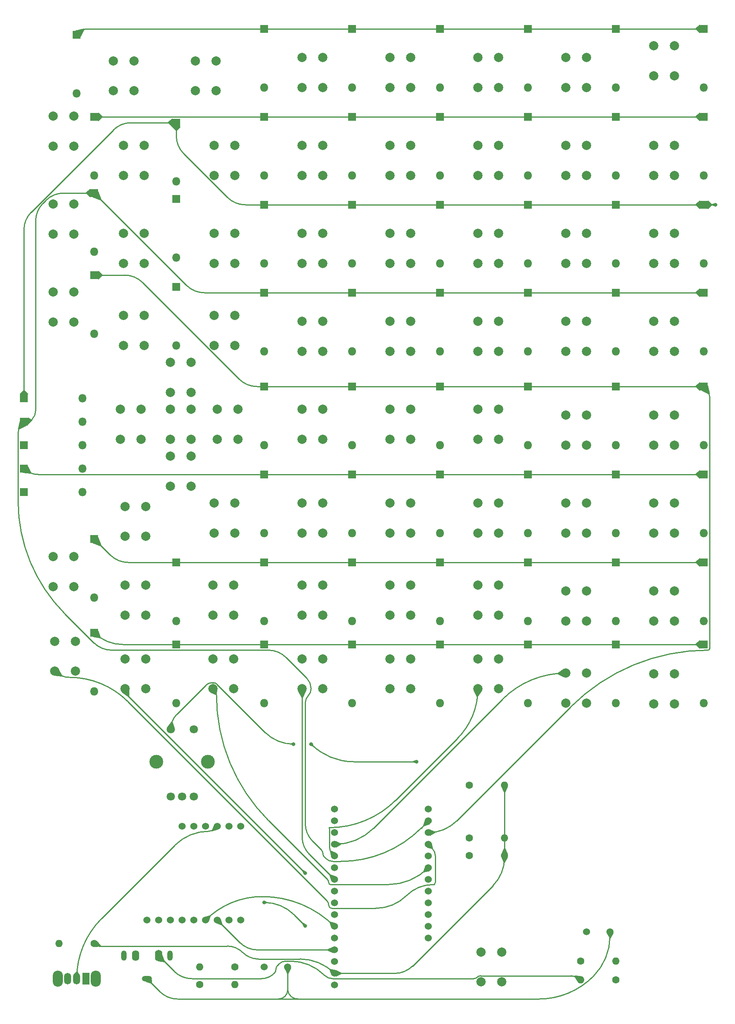
<source format=gbr>
%TF.GenerationSoftware,KiCad,Pcbnew,7.0.8*%
%TF.CreationDate,2023-11-23T10:38:48-06:00*%
%TF.ProjectId,calcvox-rounded,63616c63-766f-4782-9d72-6f756e646564,rev?*%
%TF.SameCoordinates,Original*%
%TF.FileFunction,Copper,L2,Bot*%
%TF.FilePolarity,Positive*%
%FSLAX46Y46*%
G04 Gerber Fmt 4.6, Leading zero omitted, Abs format (unit mm)*
G04 Created by KiCad (PCBNEW 7.0.8) date 2023-11-23 10:38:48*
%MOMM*%
%LPD*%
G01*
G04 APERTURE LIST*
%TA.AperFunction,ComponentPad*%
%ADD10O,2.200000X1.200000*%
%TD*%
%TA.AperFunction,ComponentPad*%
%ADD11O,1.200000X2.200000*%
%TD*%
%TA.AperFunction,ComponentPad*%
%ADD12O,1.600000X2.300000*%
%TD*%
%TA.AperFunction,ComponentPad*%
%ADD13O,1.600000X2.500000*%
%TD*%
%TA.AperFunction,ComponentPad*%
%ADD14R,1.800000X1.800000*%
%TD*%
%TA.AperFunction,ComponentPad*%
%ADD15O,1.800000X1.800000*%
%TD*%
%TA.AperFunction,ComponentPad*%
%ADD16C,2.000000*%
%TD*%
%TA.AperFunction,ComponentPad*%
%ADD17C,1.524000*%
%TD*%
%TA.AperFunction,ComponentPad*%
%ADD18C,1.600000*%
%TD*%
%TA.AperFunction,ComponentPad*%
%ADD19O,1.600000X1.600000*%
%TD*%
%TA.AperFunction,ComponentPad*%
%ADD20C,3.000000*%
%TD*%
%TA.AperFunction,ComponentPad*%
%ADD21C,1.800000*%
%TD*%
%TA.AperFunction,ComponentPad*%
%ADD22O,2.200000X3.500000*%
%TD*%
%TA.AperFunction,ComponentPad*%
%ADD23R,1.500000X2.500000*%
%TD*%
%TA.AperFunction,ComponentPad*%
%ADD24O,1.500000X2.500000*%
%TD*%
%TA.AperFunction,ViaPad*%
%ADD25C,0.800000*%
%TD*%
%TA.AperFunction,Conductor*%
%ADD26C,0.250000*%
%TD*%
G04 APERTURE END LIST*
D10*
%TO.P,J1,G*%
%TO.N,Net-(J1-PadG)*%
X246380000Y-351830000D03*
D11*
%TO.P,J1,S*%
%TO.N,Net-(J1-PadS)*%
X241380000Y-346830000D03*
D12*
%TO.P,J1,SN*%
%TO.N,Net-(J1-PadSN)*%
X243880000Y-346830000D03*
D11*
%TO.P,J1,T*%
%TO.N,Net-(J1-PadT)*%
X251380000Y-346830000D03*
D13*
%TO.P,J1,TN*%
%TO.N,Net-(J1-PadTN)*%
X248880000Y-346830000D03*
%TD*%
D14*
%TO.P,D40,1,K*%
%TO.N,R8*%
X290830000Y-146050000D03*
D15*
%TO.P,D40,2,A*%
%TO.N,Net-(D40-A)*%
X290830000Y-158750000D03*
%TD*%
D14*
%TO.P,D53,1,K*%
%TO.N,R5*%
X219710000Y-231140000D03*
D15*
%TO.P,D53,2,A*%
%TO.N,Net-(D53-A)*%
X232410000Y-231140000D03*
%TD*%
D16*
%TO.P,SW5,1,1*%
%TO.N,C1*%
X356180000Y-236220000D03*
X356180000Y-229720000D03*
%TO.P,SW5,2,2*%
%TO.N,Net-(D4-A)*%
X360680000Y-236220000D03*
X360680000Y-229720000D03*
%TD*%
D14*
%TO.P,D49,1,K*%
%TO.N,R1*%
X252730000Y-279400000D03*
D15*
%TO.P,D49,2,A*%
%TO.N,Net-(D49-A)*%
X252730000Y-292100000D03*
%TD*%
D17*
%TO.P,LS1,1,1*%
%TO.N,Net-(LS1-Pad1)*%
X271780000Y-349250000D03*
%TO.P,LS1,2,2*%
%TO.N,Net-(J1-PadG)*%
X276860000Y-349250000D03*
%TD*%
D16*
%TO.P,SW55,1,1*%
%TO.N,C7*%
X251460000Y-224790000D03*
X251460000Y-218290000D03*
%TO.P,SW55,2,2*%
%TO.N,Net-(D54-A)*%
X255960000Y-224790000D03*
X255960000Y-218290000D03*
%TD*%
D14*
%TO.P,D64,1,K*%
%TO.N,R8*%
X231140000Y-147320000D03*
D15*
%TO.P,D64,2,A*%
%TO.N,Net-(D64-A)*%
X231140000Y-160020000D03*
%TD*%
D14*
%TO.P,D61,1,K*%
%TO.N,R5*%
X234950000Y-181610000D03*
D15*
%TO.P,D61,2,A*%
%TO.N,Net-(D61-A)*%
X234950000Y-194310000D03*
%TD*%
D14*
%TO.P,D2,1,K*%
%TO.N,R2*%
X367030000Y-261620000D03*
D15*
%TO.P,D2,2,A*%
%TO.N,Net-(D2-A)*%
X367030000Y-274320000D03*
%TD*%
D14*
%TO.P,D47,1,K*%
%TO.N,R7*%
X271780000Y-165100000D03*
D15*
%TO.P,D47,2,A*%
%TO.N,Net-(D47-A)*%
X271780000Y-177800000D03*
%TD*%
D14*
%TO.P,D43,1,K*%
%TO.N,R3*%
X271780000Y-242570000D03*
D15*
%TO.P,D43,2,A*%
%TO.N,Net-(D43-A)*%
X271780000Y-255270000D03*
%TD*%
D14*
%TO.P,D37,1,K*%
%TO.N,R5*%
X290830000Y-203200000D03*
D15*
%TO.P,D37,2,A*%
%TO.N,Net-(D37-A)*%
X290830000Y-215900000D03*
%TD*%
D16*
%TO.P,SW52,1,1*%
%TO.N,C7*%
X241590000Y-255980000D03*
X241590000Y-249480000D03*
%TO.P,SW52,2,2*%
%TO.N,Net-(D51-A)*%
X246090000Y-255980000D03*
X246090000Y-249480000D03*
%TD*%
D14*
%TO.P,D6,1,K*%
%TO.N,R6*%
X367030000Y-184150000D03*
D15*
%TO.P,D6,2,A*%
%TO.N,Net-(D6-A)*%
X367030000Y-196850000D03*
%TD*%
D14*
%TO.P,D44,1,K*%
%TO.N,R4*%
X271780000Y-223520000D03*
D15*
%TO.P,D44,2,A*%
%TO.N,Net-(D44-A)*%
X271780000Y-236220000D03*
%TD*%
D18*
%TO.P,R4,1*%
%TO.N,Net-(LS1-Pad1)*%
X265430000Y-349250000D03*
D19*
%TO.P,R4,2*%
%TO.N,Net-(R4-Pad2)*%
X257810000Y-349250000D03*
%TD*%
D14*
%TO.P,D15,1,K*%
%TO.N,R7*%
X347980000Y-165100000D03*
D15*
%TO.P,D15,2,A*%
%TO.N,Net-(D15-A)*%
X347980000Y-177800000D03*
%TD*%
D16*
%TO.P,SW39,1,1*%
%TO.N,C5*%
X279980000Y-196850000D03*
X279980000Y-190350000D03*
%TO.P,SW39,2,2*%
%TO.N,Net-(D38-A)*%
X284480000Y-196850000D03*
X284480000Y-190350000D03*
%TD*%
%TO.P,SW35,1,1*%
%TO.N,C5*%
X279980000Y-273050000D03*
X279980000Y-266550000D03*
%TO.P,SW35,2,2*%
%TO.N,Net-(D34-A)*%
X284480000Y-273050000D03*
X284480000Y-266550000D03*
%TD*%
%TO.P,SW36,1,1*%
%TO.N,C5*%
X279980000Y-255270000D03*
X279980000Y-248770000D03*
%TO.P,SW36,2,2*%
%TO.N,Net-(D35-A)*%
X284480000Y-255270000D03*
X284480000Y-248770000D03*
%TD*%
D14*
%TO.P,D3,1,K*%
%TO.N,R3*%
X367030000Y-242570000D03*
D15*
%TO.P,D3,2,A*%
%TO.N,Net-(D3-A)*%
X367030000Y-255270000D03*
%TD*%
D14*
%TO.P,D45,1,K*%
%TO.N,R5*%
X271780000Y-203200000D03*
D15*
%TO.P,D45,2,A*%
%TO.N,Net-(D45-A)*%
X271780000Y-215900000D03*
%TD*%
D16*
%TO.P,SW46,1,1*%
%TO.N,C6*%
X260930000Y-214630000D03*
X260930000Y-208130000D03*
%TO.P,SW46,2,2*%
%TO.N,Net-(D45-A)*%
X265430000Y-214630000D03*
X265430000Y-208130000D03*
%TD*%
%TO.P,SW26,1,1*%
%TO.N,C4*%
X299030000Y-289000000D03*
X299030000Y-282500000D03*
%TO.P,SW26,2,2*%
%TO.N,Net-(D25-A)*%
X303530000Y-289000000D03*
X303530000Y-282500000D03*
%TD*%
%TO.P,SW48,1,1*%
%TO.N,C6*%
X260930000Y-177800000D03*
X260930000Y-171300000D03*
%TO.P,SW48,2,2*%
%TO.N,Net-(D47-A)*%
X265430000Y-177800000D03*
X265430000Y-171300000D03*
%TD*%
%TO.P,SW3,1,1*%
%TO.N,C1*%
X356180000Y-274320000D03*
X356180000Y-267820000D03*
%TO.P,SW3,2,2*%
%TO.N,Net-(D2-A)*%
X360680000Y-274320000D03*
X360680000Y-267820000D03*
%TD*%
%TO.P,SW14,1,1*%
%TO.N,C2*%
X337130000Y-215900000D03*
X337130000Y-209400000D03*
%TO.P,SW14,2,2*%
%TO.N,Net-(D13-A)*%
X341630000Y-215900000D03*
X341630000Y-209400000D03*
%TD*%
D14*
%TO.P,D24,1,K*%
%TO.N,R8*%
X328930000Y-146050000D03*
D15*
%TO.P,D24,2,A*%
%TO.N,Net-(D24-A)*%
X328930000Y-158750000D03*
%TD*%
D16*
%TO.P,SW31,1,1*%
%TO.N,C4*%
X299030000Y-196850000D03*
X299030000Y-190350000D03*
%TO.P,SW31,2,2*%
%TO.N,Net-(D30-A)*%
X303530000Y-196850000D03*
X303530000Y-190350000D03*
%TD*%
%TO.P,SW65,1,1*%
%TO.N,C8*%
X239050000Y-159460000D03*
X239050000Y-152960000D03*
%TO.P,SW65,2,2*%
%TO.N,Net-(D64-A)*%
X243550000Y-159460000D03*
X243550000Y-152960000D03*
%TD*%
D18*
%TO.P,R1,1*%
%TO.N,Net-(R1-Pad1)*%
X316230000Y-309880000D03*
D19*
%TO.P,R1,2*%
%TO.N,Net-(R1-Pad2)*%
X323850000Y-309880000D03*
%TD*%
D14*
%TO.P,D26,1,K*%
%TO.N,R2*%
X309880000Y-261620000D03*
D15*
%TO.P,D26,2,A*%
%TO.N,Net-(D26-A)*%
X309880000Y-274320000D03*
%TD*%
D14*
%TO.P,D34,1,K*%
%TO.N,R2*%
X290830000Y-261620000D03*
D15*
%TO.P,D34,2,A*%
%TO.N,Net-(D34-A)*%
X290830000Y-274320000D03*
%TD*%
D14*
%TO.P,D16,1,K*%
%TO.N,R8*%
X347980000Y-146050000D03*
D15*
%TO.P,D16,2,A*%
%TO.N,Net-(D16-A)*%
X347980000Y-158750000D03*
%TD*%
D16*
%TO.P,SW4,1,1*%
%TO.N,C1*%
X356180000Y-255270000D03*
X356180000Y-248770000D03*
%TO.P,SW4,2,2*%
%TO.N,Net-(D3-A)*%
X360680000Y-255270000D03*
X360680000Y-248770000D03*
%TD*%
%TO.P,SW32,1,1*%
%TO.N,C4*%
X299030000Y-177800000D03*
X299030000Y-171300000D03*
%TO.P,SW32,2,2*%
%TO.N,Net-(D31-A)*%
X303530000Y-177800000D03*
X303530000Y-171300000D03*
%TD*%
D14*
%TO.P,D29,1,K*%
%TO.N,R5*%
X309880000Y-203200000D03*
D15*
%TO.P,D29,2,A*%
%TO.N,Net-(D29-A)*%
X309880000Y-215900000D03*
%TD*%
D14*
%TO.P,D22,1,K*%
%TO.N,R6*%
X328930000Y-184150000D03*
D15*
%TO.P,D22,2,A*%
%TO.N,Net-(D22-A)*%
X328930000Y-196850000D03*
%TD*%
D16*
%TO.P,SW25,1,1*%
%TO.N,C3*%
X318080000Y-158750000D03*
X318080000Y-152250000D03*
%TO.P,SW25,2,2*%
%TO.N,Net-(D24-A)*%
X322580000Y-158750000D03*
X322580000Y-152250000D03*
%TD*%
%TO.P,SW54,1,1*%
%TO.N,C7*%
X251460000Y-234950000D03*
X251460000Y-228450000D03*
%TO.P,SW54,2,2*%
%TO.N,Net-(D53-A)*%
X255960000Y-234950000D03*
X255960000Y-228450000D03*
%TD*%
D14*
%TO.P,D12,1,K*%
%TO.N,R4*%
X347980000Y-223520000D03*
D15*
%TO.P,D12,2,A*%
%TO.N,Net-(D12-A)*%
X347980000Y-236220000D03*
%TD*%
D14*
%TO.P,D35,1,K*%
%TO.N,R3*%
X290830000Y-242570000D03*
D15*
%TO.P,D35,2,A*%
%TO.N,Net-(D35-A)*%
X290830000Y-255270000D03*
%TD*%
D14*
%TO.P,D31,1,K*%
%TO.N,R7*%
X309880000Y-165100000D03*
D15*
%TO.P,D31,2,A*%
%TO.N,Net-(D31-A)*%
X309880000Y-177800000D03*
%TD*%
D20*
%TO.P,SW1,*%
%TO.N,*%
X248400000Y-304800000D03*
X259600000Y-304800000D03*
D21*
%TO.P,SW1,A,A*%
%TO.N,Net-(R2-Pad1)*%
X251500000Y-312300000D03*
%TO.P,SW1,B,B*%
%TO.N,Net-(R3-Pad1)*%
X256500000Y-312300000D03*
%TO.P,SW1,C,C*%
%TO.N,Net-(SW1-PadC)*%
X254000000Y-312300000D03*
%TO.P,SW1,S1,S1*%
%TO.N,Net-(R1-Pad1)*%
X251500000Y-297800000D03*
%TO.P,SW1,S2,S2*%
%TO.N,Net-(SW1-PadS2)*%
X256500000Y-297800000D03*
%TD*%
D14*
%TO.P,D56,1,K*%
%TO.N,R8*%
X252730000Y-182880000D03*
D15*
%TO.P,D56,2,A*%
%TO.N,Net-(D56-A)*%
X252730000Y-195580000D03*
%TD*%
D16*
%TO.P,SW38,1,1*%
%TO.N,C5*%
X279980000Y-215900000D03*
X279980000Y-209400000D03*
%TO.P,SW38,2,2*%
%TO.N,Net-(D37-A)*%
X284480000Y-215900000D03*
X284480000Y-209400000D03*
%TD*%
D14*
%TO.P,D36,1,K*%
%TO.N,R4*%
X290830000Y-223520000D03*
D15*
%TO.P,D36,2,A*%
%TO.N,Net-(D36-A)*%
X290830000Y-236220000D03*
%TD*%
D14*
%TO.P,D50,1,K*%
%TO.N,R2*%
X252730000Y-261620000D03*
D15*
%TO.P,D50,2,A*%
%TO.N,Net-(D50-A)*%
X252730000Y-274320000D03*
%TD*%
D16*
%TO.P,SW10,1,1*%
%TO.N,C2*%
X337130000Y-292100000D03*
X337130000Y-285600000D03*
%TO.P,SW10,2,2*%
%TO.N,Net-(D9-A)*%
X341630000Y-292100000D03*
X341630000Y-285600000D03*
%TD*%
%TO.P,SW7,1,1*%
%TO.N,C1*%
X356180000Y-196850000D03*
X356180000Y-190350000D03*
%TO.P,SW7,2,2*%
%TO.N,Net-(D6-A)*%
X360680000Y-196850000D03*
X360680000Y-190350000D03*
%TD*%
D14*
%TO.P,D59,1,K*%
%TO.N,R3*%
X219710000Y-241300000D03*
D15*
%TO.P,D59,2,A*%
%TO.N,Net-(D59-A)*%
X232410000Y-241300000D03*
%TD*%
D16*
%TO.P,SW59,1,1*%
%TO.N,C8*%
X226060000Y-266850000D03*
X226060000Y-260350000D03*
%TO.P,SW59,2,2*%
%TO.N,Net-(D58-A)*%
X230560000Y-266850000D03*
X230560000Y-260350000D03*
%TD*%
D14*
%TO.P,D8,1,K*%
%TO.N,R8*%
X367031000Y-146050000D03*
D15*
%TO.P,D8,2,A*%
%TO.N,Net-(D8-A)*%
X367031000Y-158750000D03*
%TD*%
D18*
%TO.P,R6,1*%
%TO.N,Net-(R4-Pad2)*%
X257810000Y-353060000D03*
D19*
%TO.P,R6,2*%
%TO.N,Net-(J1-PadSN)*%
X265430000Y-353060000D03*
%TD*%
D16*
%TO.P,SW57,1,1*%
%TO.N,C7*%
X241300000Y-196850000D03*
X241300000Y-190350000D03*
%TO.P,SW57,2,2*%
%TO.N,Net-(D56-A)*%
X245800000Y-196850000D03*
X245800000Y-190350000D03*
%TD*%
%TO.P,SW43,1,1*%
%TO.N,C6*%
X260640000Y-273050000D03*
X260640000Y-266550000D03*
%TO.P,SW43,2,2*%
%TO.N,Net-(D42-A)*%
X265140000Y-273050000D03*
X265140000Y-266550000D03*
%TD*%
%TO.P,SW45,1,1*%
%TO.N,C6*%
X261620000Y-234950000D03*
X261620000Y-228450000D03*
%TO.P,SW45,2,2*%
%TO.N,Net-(D44-A)*%
X266120000Y-234950000D03*
X266120000Y-228450000D03*
%TD*%
D18*
%TO.P,R3,1*%
%TO.N,Net-(R3-Pad1)*%
X316230000Y-321310000D03*
D19*
%TO.P,R3,2*%
%TO.N,Net-(R1-Pad2)*%
X323850000Y-321310000D03*
%TD*%
D14*
%TO.P,D21,1,K*%
%TO.N,R5*%
X328930000Y-203200000D03*
D15*
%TO.P,D21,2,A*%
%TO.N,Net-(D21-A)*%
X328930000Y-215900000D03*
%TD*%
D16*
%TO.P,SW8,1,1*%
%TO.N,C1*%
X356180000Y-177800000D03*
X356180000Y-171300000D03*
%TO.P,SW8,2,2*%
%TO.N,Net-(D7-A)*%
X360680000Y-177800000D03*
X360680000Y-171300000D03*
%TD*%
D18*
%TO.P,R2,1*%
%TO.N,Net-(R2-Pad1)*%
X316230000Y-325120000D03*
D19*
%TO.P,R2,2*%
%TO.N,Net-(R1-Pad2)*%
X323850000Y-325120000D03*
%TD*%
D14*
%TO.P,D4,1,K*%
%TO.N,R4*%
X367030000Y-223520000D03*
D15*
%TO.P,D4,2,A*%
%TO.N,Net-(D4-A)*%
X367030000Y-236220000D03*
%TD*%
D14*
%TO.P,D63,1,K*%
%TO.N,R7*%
X234950000Y-165100000D03*
D15*
%TO.P,D63,2,A*%
%TO.N,Net-(D63-A)*%
X234950000Y-177800000D03*
%TD*%
D16*
%TO.P,SW44,1,1*%
%TO.N,C6*%
X260930000Y-255270000D03*
X260930000Y-248770000D03*
%TO.P,SW44,2,2*%
%TO.N,Net-(D43-A)*%
X265430000Y-255270000D03*
X265430000Y-248770000D03*
%TD*%
D14*
%TO.P,D48,1,K*%
%TO.N,R8*%
X271780000Y-146050000D03*
D15*
%TO.P,D48,2,A*%
%TO.N,Net-(D48-A)*%
X271780000Y-158750000D03*
%TD*%
D16*
%TO.P,SW2,1,1*%
%TO.N,C1*%
X356180000Y-292250000D03*
X356180000Y-285750000D03*
%TO.P,SW2,2,2*%
%TO.N,Net-(D1-A)*%
X360680000Y-292250000D03*
X360680000Y-285750000D03*
%TD*%
D14*
%TO.P,D38,1,K*%
%TO.N,R6*%
X290830000Y-184150000D03*
D15*
%TO.P,D38,2,A*%
%TO.N,Net-(D38-A)*%
X290830000Y-196850000D03*
%TD*%
D14*
%TO.P,D55,1,K*%
%TO.N,R7*%
X252730000Y-201930000D03*
D15*
%TO.P,D55,2,A*%
%TO.N,Net-(D55-A)*%
X252730000Y-214630000D03*
%TD*%
D16*
%TO.P,SW63,1,1*%
%TO.N,C8*%
X241300000Y-177800000D03*
X241300000Y-171300000D03*
%TO.P,SW63,2,2*%
%TO.N,Net-(D62-A)*%
X245800000Y-177800000D03*
X245800000Y-171300000D03*
%TD*%
%TO.P,SW28,1,1*%
%TO.N,C4*%
X299030000Y-255270000D03*
X299030000Y-248770000D03*
%TO.P,SW28,2,2*%
%TO.N,Net-(D27-A)*%
X303530000Y-255270000D03*
X303530000Y-248770000D03*
%TD*%
D14*
%TO.P,D7,1,K*%
%TO.N,R7*%
X367030000Y-165100000D03*
D15*
%TO.P,D7,2,A*%
%TO.N,Net-(D7-A)*%
X367030000Y-177800000D03*
%TD*%
D16*
%TO.P,SW64,1,1*%
%TO.N,C8*%
X226060000Y-171450000D03*
X226060000Y-164950000D03*
%TO.P,SW64,2,2*%
%TO.N,Net-(D63-A)*%
X230560000Y-171450000D03*
X230560000Y-164950000D03*
%TD*%
D14*
%TO.P,D13,1,K*%
%TO.N,R5*%
X347980000Y-203200000D03*
D15*
%TO.P,D13,2,A*%
%TO.N,Net-(D13-A)*%
X347980000Y-215900000D03*
%TD*%
D16*
%TO.P,SW33,1,1*%
%TO.N,C4*%
X299030000Y-158750000D03*
X299030000Y-152250000D03*
%TO.P,SW33,2,2*%
%TO.N,Net-(D32-A)*%
X303530000Y-158750000D03*
X303530000Y-152250000D03*
%TD*%
D14*
%TO.P,D11,1,K*%
%TO.N,R3*%
X347980000Y-242570000D03*
D15*
%TO.P,D11,2,A*%
%TO.N,Net-(D11-A)*%
X347980000Y-255270000D03*
%TD*%
D16*
%TO.P,SW21,1,1*%
%TO.N,C3*%
X318080000Y-234950000D03*
X318080000Y-228450000D03*
%TO.P,SW21,2,2*%
%TO.N,Net-(D20-A)*%
X322580000Y-234950000D03*
X322580000Y-228450000D03*
%TD*%
%TO.P,SW41,1,1*%
%TO.N,C5*%
X279980000Y-158750000D03*
X279980000Y-152250000D03*
%TO.P,SW41,2,2*%
%TO.N,Net-(D40-A)*%
X284480000Y-158750000D03*
X284480000Y-152250000D03*
%TD*%
D14*
%TO.P,D10,1,K*%
%TO.N,R2*%
X347980000Y-261620000D03*
D15*
%TO.P,D10,2,A*%
%TO.N,Net-(D10-A)*%
X347980000Y-274320000D03*
%TD*%
D14*
%TO.P,D14,1,K*%
%TO.N,R6*%
X347980000Y-184150000D03*
D15*
%TO.P,D14,2,A*%
%TO.N,Net-(D14-A)*%
X347980000Y-196850000D03*
%TD*%
D16*
%TO.P,SW47,1,1*%
%TO.N,C6*%
X260930000Y-196850000D03*
X260930000Y-190350000D03*
%TO.P,SW47,2,2*%
%TO.N,Net-(D46-A)*%
X265430000Y-196850000D03*
X265430000Y-190350000D03*
%TD*%
%TO.P,SW11,1,1*%
%TO.N,C2*%
X337130000Y-274320000D03*
X337130000Y-267820000D03*
%TO.P,SW11,2,2*%
%TO.N,Net-(D10-A)*%
X341630000Y-274320000D03*
X341630000Y-267820000D03*
%TD*%
D14*
%TO.P,D41,1,K*%
%TO.N,R1*%
X271780000Y-279400000D03*
D15*
%TO.P,D41,2,A*%
%TO.N,Net-(D41-A)*%
X271780000Y-292100000D03*
%TD*%
D16*
%TO.P,SW60,1,1*%
%TO.N,C8*%
X240610000Y-234950000D03*
X240610000Y-228450000D03*
%TO.P,SW60,2,2*%
%TO.N,Net-(D59-A)*%
X245110000Y-234950000D03*
X245110000Y-228450000D03*
%TD*%
D14*
%TO.P,D1,1,K*%
%TO.N,R1*%
X367030000Y-279400000D03*
D15*
%TO.P,D1,2,A*%
%TO.N,Net-(D1-A)*%
X367030000Y-292100000D03*
%TD*%
D14*
%TO.P,D30,1,K*%
%TO.N,R6*%
X309880000Y-184150000D03*
D15*
%TO.P,D30,2,A*%
%TO.N,Net-(D30-A)*%
X309880000Y-196850000D03*
%TD*%
D14*
%TO.P,D5,1,K*%
%TO.N,R5*%
X367030000Y-203200000D03*
D15*
%TO.P,D5,2,A*%
%TO.N,Net-(D5-A)*%
X367030000Y-215900000D03*
%TD*%
D16*
%TO.P,SW27,1,1*%
%TO.N,C4*%
X299030000Y-273050000D03*
X299030000Y-266550000D03*
%TO.P,SW27,2,2*%
%TO.N,Net-(D26-A)*%
X303530000Y-273050000D03*
X303530000Y-266550000D03*
%TD*%
D14*
%TO.P,D18,1,K*%
%TO.N,R2*%
X328930000Y-261620000D03*
D15*
%TO.P,D18,2,A*%
%TO.N,Net-(D18-A)*%
X328930000Y-274320000D03*
%TD*%
D16*
%TO.P,SW23,1,1*%
%TO.N,C3*%
X318080000Y-196850000D03*
X318080000Y-190350000D03*
%TO.P,SW23,2,2*%
%TO.N,Net-(D22-A)*%
X322580000Y-196850000D03*
X322580000Y-190350000D03*
%TD*%
D14*
%TO.P,D62,1,K*%
%TO.N,R6*%
X252730000Y-166370000D03*
D15*
%TO.P,D62,2,A*%
%TO.N,Net-(D62-A)*%
X252730000Y-179070000D03*
%TD*%
D18*
%TO.P,R9,1*%
%TO.N,Net-(R7-Pad2)*%
X347980000Y-352030000D03*
D19*
%TO.P,R9,2*%
%TO.N,Net-(J1-PadTN)*%
X340360000Y-352030000D03*
%TD*%
D14*
%TO.P,D25,1,K*%
%TO.N,R1*%
X309880000Y-279400000D03*
D15*
%TO.P,D25,2,A*%
%TO.N,Net-(D25-A)*%
X309880000Y-292100000D03*
%TD*%
D14*
%TO.P,D39,1,K*%
%TO.N,R7*%
X290830000Y-165100000D03*
D15*
%TO.P,D39,2,A*%
%TO.N,Net-(D39-A)*%
X290830000Y-177800000D03*
%TD*%
D16*
%TO.P,SW58,1,1*%
%TO.N,C8*%
X226350000Y-285190000D03*
X226350000Y-278690000D03*
%TO.P,SW58,2,2*%
%TO.N,Net-(D57-A)*%
X230850000Y-285190000D03*
X230850000Y-278690000D03*
%TD*%
D14*
%TO.P,D19,1,K*%
%TO.N,R3*%
X328930000Y-242570000D03*
D15*
%TO.P,D19,2,A*%
%TO.N,Net-(D19-A)*%
X328930000Y-255270000D03*
%TD*%
D14*
%TO.P,D32,1,K*%
%TO.N,R8*%
X309880000Y-146050000D03*
D15*
%TO.P,D32,2,A*%
%TO.N,Net-(D32-A)*%
X309880000Y-158750000D03*
%TD*%
D16*
%TO.P,SW22,1,1*%
%TO.N,C3*%
X318080000Y-215900000D03*
X318080000Y-209400000D03*
%TO.P,SW22,2,2*%
%TO.N,Net-(D21-A)*%
X322580000Y-215900000D03*
X322580000Y-209400000D03*
%TD*%
D22*
%TO.P,SW67,*%
%TO.N,*%
X235240000Y-351790000D03*
X227040000Y-351790000D03*
D23*
%TO.P,SW67,1,A*%
%TO.N,unconnected-(SW67-A-Pad1)*%
X233140000Y-351790000D03*
D24*
%TO.P,SW67,2,B*%
%TO.N,Net-(SW67-B)*%
X231140000Y-351790000D03*
%TO.P,SW67,3,C*%
%TO.N,Net-(SW67-C)*%
X229140000Y-351790000D03*
%TD*%
D16*
%TO.P,SW49,1,1*%
%TO.N,C6*%
X256830000Y-159460000D03*
X256830000Y-152960000D03*
%TO.P,SW49,2,2*%
%TO.N,Net-(D48-A)*%
X261330000Y-159460000D03*
X261330000Y-152960000D03*
%TD*%
D18*
%TO.P,R7,1*%
%TO.N,Net-(LS2-Pad1)*%
X340360000Y-347980000D03*
D19*
%TO.P,R7,2*%
%TO.N,Net-(R7-Pad2)*%
X347980000Y-347980000D03*
%TD*%
D16*
%TO.P,SW19,1,1*%
%TO.N,C3*%
X318080000Y-273050000D03*
X318080000Y-266550000D03*
%TO.P,SW19,2,2*%
%TO.N,Net-(D18-A)*%
X322580000Y-273050000D03*
X322580000Y-266550000D03*
%TD*%
D14*
%TO.P,D17,1,K*%
%TO.N,R1*%
X328930000Y-279400000D03*
D15*
%TO.P,D17,2,A*%
%TO.N,Net-(D17-A)*%
X328930000Y-292100000D03*
%TD*%
D16*
%TO.P,SW40,1,1*%
%TO.N,C5*%
X279980000Y-177800000D03*
X279980000Y-171300000D03*
%TO.P,SW40,2,2*%
%TO.N,Net-(D39-A)*%
X284480000Y-177800000D03*
X284480000Y-171300000D03*
%TD*%
%TO.P,SW17,1,1*%
%TO.N,C2*%
X337130000Y-158750000D03*
X337130000Y-152250000D03*
%TO.P,SW17,2,2*%
%TO.N,Net-(D16-A)*%
X341630000Y-158750000D03*
X341630000Y-152250000D03*
%TD*%
D14*
%TO.P,D42,1,K*%
%TO.N,R2*%
X271780000Y-261620000D03*
D15*
%TO.P,D42,2,A*%
%TO.N,Net-(D42-A)*%
X271780000Y-274320000D03*
%TD*%
D14*
%TO.P,D33,1,K*%
%TO.N,R1*%
X290830000Y-279400000D03*
D15*
%TO.P,D33,2,A*%
%TO.N,Net-(D33-A)*%
X290830000Y-292100000D03*
%TD*%
D18*
%TO.P,R10,1*%
%TO.N,Net-(R1-Pad2)*%
X234950000Y-344170000D03*
D19*
%TO.P,R10,2*%
%TO.N,Net-(SW67-C)*%
X227330000Y-344170000D03*
%TD*%
D14*
%TO.P,D54,1,K*%
%TO.N,R6*%
X219710000Y-226060000D03*
D15*
%TO.P,D54,2,A*%
%TO.N,Net-(D54-A)*%
X232410000Y-226060000D03*
%TD*%
D16*
%TO.P,SW51,1,1*%
%TO.N,C7*%
X241590000Y-273050000D03*
X241590000Y-266550000D03*
%TO.P,SW51,2,2*%
%TO.N,Net-(D50-A)*%
X246090000Y-273050000D03*
X246090000Y-266550000D03*
%TD*%
D14*
%TO.P,D60,1,K*%
%TO.N,R4*%
X234950000Y-199390000D03*
D15*
%TO.P,D60,2,A*%
%TO.N,Net-(D60-A)*%
X234950000Y-212090000D03*
%TD*%
D16*
%TO.P,SW12,1,1*%
%TO.N,C2*%
X337130000Y-255270000D03*
X337130000Y-248770000D03*
%TO.P,SW12,2,2*%
%TO.N,Net-(D11-A)*%
X341630000Y-255270000D03*
X341630000Y-248770000D03*
%TD*%
D14*
%TO.P,D57,1,K*%
%TO.N,R1*%
X234950000Y-276860000D03*
D15*
%TO.P,D57,2,A*%
%TO.N,Net-(D57-A)*%
X234950000Y-289560000D03*
%TD*%
D16*
%TO.P,SW53,1,1*%
%TO.N,C7*%
X251460000Y-245110000D03*
X251460000Y-238610000D03*
%TO.P,SW53,2,2*%
%TO.N,Net-(D52-A)*%
X255960000Y-245110000D03*
X255960000Y-238610000D03*
%TD*%
%TO.P,SW24,1,1*%
%TO.N,C3*%
X318080000Y-177800000D03*
X318080000Y-171300000D03*
%TO.P,SW24,2,2*%
%TO.N,Net-(D23-A)*%
X322580000Y-177800000D03*
X322580000Y-171300000D03*
%TD*%
%TO.P,SW50,1,1*%
%TO.N,C7*%
X241590000Y-289000000D03*
X241590000Y-282500000D03*
%TO.P,SW50,2,2*%
%TO.N,Net-(D49-A)*%
X246090000Y-289000000D03*
X246090000Y-282500000D03*
%TD*%
%TO.P,SW9,1,1*%
%TO.N,C1*%
X356180000Y-156210000D03*
X356180000Y-149710000D03*
%TO.P,SW9,2,2*%
%TO.N,Net-(D8-A)*%
X360680000Y-156210000D03*
X360680000Y-149710000D03*
%TD*%
D14*
%TO.P,D51,1,K*%
%TO.N,R3*%
X219710000Y-246380000D03*
D15*
%TO.P,D51,2,A*%
%TO.N,Net-(D51-A)*%
X232410000Y-246380000D03*
%TD*%
D16*
%TO.P,SW42,1,1*%
%TO.N,C6*%
X260640000Y-289000000D03*
X260640000Y-282500000D03*
%TO.P,SW42,2,2*%
%TO.N,Net-(D41-A)*%
X265140000Y-289000000D03*
X265140000Y-282500000D03*
%TD*%
D14*
%TO.P,D52,1,K*%
%TO.N,R4*%
X219710000Y-236220000D03*
D15*
%TO.P,D52,2,A*%
%TO.N,Net-(D52-A)*%
X232410000Y-236220000D03*
%TD*%
D16*
%TO.P,SW16,1,1*%
%TO.N,C2*%
X337130000Y-177800000D03*
X337130000Y-171300000D03*
%TO.P,SW16,2,2*%
%TO.N,Net-(D15-A)*%
X341630000Y-177800000D03*
X341630000Y-171300000D03*
%TD*%
D14*
%TO.P,D58,1,K*%
%TO.N,R2*%
X234950000Y-256540000D03*
D15*
%TO.P,D58,2,A*%
%TO.N,Net-(D58-A)*%
X234950000Y-269240000D03*
%TD*%
D16*
%TO.P,SW20,1,1*%
%TO.N,C3*%
X318080000Y-255270000D03*
X318080000Y-248770000D03*
%TO.P,SW20,2,2*%
%TO.N,Net-(D19-A)*%
X322580000Y-255270000D03*
X322580000Y-248770000D03*
%TD*%
%TO.P,SW13,1,1*%
%TO.N,C2*%
X337130000Y-236220000D03*
X337130000Y-229720000D03*
%TO.P,SW13,2,2*%
%TO.N,Net-(D12-A)*%
X341630000Y-236220000D03*
X341630000Y-229720000D03*
%TD*%
D14*
%TO.P,D23,1,K*%
%TO.N,R7*%
X328930000Y-165100000D03*
D15*
%TO.P,D23,2,A*%
%TO.N,Net-(D23-A)*%
X328930000Y-177800000D03*
%TD*%
D16*
%TO.P,SW56,1,1*%
%TO.N,C7*%
X241300000Y-214630000D03*
X241300000Y-208130000D03*
%TO.P,SW56,2,2*%
%TO.N,Net-(D55-A)*%
X245800000Y-214630000D03*
X245800000Y-208130000D03*
%TD*%
D14*
%TO.P,D46,1,K*%
%TO.N,R6*%
X271780000Y-184150000D03*
D15*
%TO.P,D46,2,A*%
%TO.N,Net-(D46-A)*%
X271780000Y-196850000D03*
%TD*%
D16*
%TO.P,SW18,1,1*%
%TO.N,C3*%
X318080000Y-289000000D03*
X318080000Y-282500000D03*
%TO.P,SW18,2,2*%
%TO.N,Net-(D17-A)*%
X322580000Y-289000000D03*
X322580000Y-282500000D03*
%TD*%
%TO.P,SW29,1,1*%
%TO.N,C4*%
X299030000Y-234950000D03*
X299030000Y-228450000D03*
%TO.P,SW29,2,2*%
%TO.N,Net-(D28-A)*%
X303530000Y-234950000D03*
X303530000Y-228450000D03*
%TD*%
%TO.P,SW37,1,1*%
%TO.N,C5*%
X279980000Y-234950000D03*
X279980000Y-228450000D03*
%TO.P,SW37,2,2*%
%TO.N,Net-(D36-A)*%
X284480000Y-234950000D03*
X284480000Y-228450000D03*
%TD*%
D17*
%TO.P,LS2,1,1*%
%TO.N,Net-(LS2-Pad1)*%
X341630000Y-341630000D03*
%TO.P,LS2,2,2*%
%TO.N,Net-(J1-PadG)*%
X346710000Y-341630000D03*
%TD*%
D14*
%TO.P,D9,1,K*%
%TO.N,R1*%
X347980000Y-279400000D03*
D15*
%TO.P,D9,2,A*%
%TO.N,Net-(D9-A)*%
X347980000Y-292100000D03*
%TD*%
D16*
%TO.P,SW6,1,1*%
%TO.N,C1*%
X356180000Y-215900000D03*
X356180000Y-209400000D03*
%TO.P,SW6,2,2*%
%TO.N,Net-(D5-A)*%
X360680000Y-215900000D03*
X360680000Y-209400000D03*
%TD*%
%TO.P,SW61,1,1*%
%TO.N,C8*%
X226060000Y-209550000D03*
X226060000Y-203050000D03*
%TO.P,SW61,2,2*%
%TO.N,Net-(D60-A)*%
X230560000Y-209550000D03*
X230560000Y-203050000D03*
%TD*%
D14*
%TO.P,D20,1,K*%
%TO.N,R4*%
X328930000Y-223520000D03*
D15*
%TO.P,D20,2,A*%
%TO.N,Net-(D20-A)*%
X328930000Y-236220000D03*
%TD*%
D16*
%TO.P,SW34,1,1*%
%TO.N,C5*%
X279980000Y-289000000D03*
X279980000Y-282500000D03*
%TO.P,SW34,2,2*%
%TO.N,Net-(D33-A)*%
X284480000Y-289000000D03*
X284480000Y-282500000D03*
%TD*%
%TO.P,SW62,1,1*%
%TO.N,C8*%
X226060000Y-190500000D03*
X226060000Y-184000000D03*
%TO.P,SW62,2,2*%
%TO.N,Net-(D61-A)*%
X230560000Y-190500000D03*
X230560000Y-184000000D03*
%TD*%
%TO.P,SW15,1,1*%
%TO.N,C2*%
X337130000Y-196850000D03*
X337130000Y-190350000D03*
%TO.P,SW15,2,2*%
%TO.N,Net-(D14-A)*%
X341630000Y-196850000D03*
X341630000Y-190350000D03*
%TD*%
%TO.P,SW30,1,1*%
%TO.N,C4*%
X299030000Y-215900000D03*
X299030000Y-209400000D03*
%TO.P,SW30,2,2*%
%TO.N,Net-(D29-A)*%
X303530000Y-215900000D03*
X303530000Y-209400000D03*
%TD*%
D14*
%TO.P,D28,1,K*%
%TO.N,R4*%
X309880000Y-223520000D03*
D15*
%TO.P,D28,2,A*%
%TO.N,Net-(D28-A)*%
X309880000Y-236220000D03*
%TD*%
D16*
%TO.P,SW66,1,1*%
%TO.N,Net-(SW66-Pad1)*%
X318770000Y-352500000D03*
X318770000Y-346000000D03*
%TO.P,SW66,2,2*%
%TO.N,Net-(SW1-PadC)*%
X323270000Y-352500000D03*
X323270000Y-346000000D03*
%TD*%
D14*
%TO.P,D27,1,K*%
%TO.N,R3*%
X309880000Y-242570000D03*
D15*
%TO.P,D27,2,A*%
%TO.N,Net-(D27-A)*%
X309880000Y-255270000D03*
%TD*%
D17*
%TO.P,UDA1334Breakout1,3VO*%
%TO.N,unconnected-(UDA1334Breakout1-Pad3VO)*%
X264160000Y-339090000D03*
%TO.P,UDA1334Breakout1,AGND*%
%TO.N,Net-(J1-PadG)*%
X248920000Y-339090000D03*
%TO.P,UDA1334Breakout1,BCLK*%
%TO.N,Net-(UDA1334Breakout1-PadBCLK)*%
X254000000Y-339090000D03*
%TO.P,UDA1334Breakout1,DEEM*%
%TO.N,unconnected-(UDA1334Breakout1-PadDEEM)*%
X254000000Y-318770000D03*
%TO.P,UDA1334Breakout1,DIN*%
%TO.N,Net-(UDA1334Breakout1-PadDIN)*%
X256540000Y-339090000D03*
%TO.P,UDA1334Breakout1,GND*%
%TO.N,Net-(SW1-PadC)*%
X261620000Y-339090000D03*
%TO.P,UDA1334Breakout1,Lout*%
%TO.N,Net-(J1-PadT)*%
X251460000Y-339090000D03*
%TO.P,UDA1334Breakout1,MUTE*%
%TO.N,Net-(SW67-B)*%
X261620000Y-318770000D03*
%TO.P,UDA1334Breakout1,PLL*%
%TO.N,unconnected-(UDA1334Breakout1-PadPLL)*%
X256540000Y-318770000D03*
%TO.P,UDA1334Breakout1,Rout*%
%TO.N,Net-(J1-PadS)*%
X246380000Y-339090000D03*
%TO.P,UDA1334Breakout1,SCLK*%
%TO.N,unconnected-(UDA1334Breakout1-PadSCLK)*%
X266700000Y-318770000D03*
%TO.P,UDA1334Breakout1,SF0*%
%TO.N,unconnected-(UDA1334Breakout1-PadSF0)*%
X259080000Y-318770000D03*
%TO.P,UDA1334Breakout1,SF1*%
%TO.N,unconnected-(UDA1334Breakout1-PadSF1)*%
X264160000Y-318770000D03*
%TO.P,UDA1334Breakout1,VIN*%
%TO.N,Net-(R1-Pad2)*%
X266700000Y-339090000D03*
%TO.P,UDA1334Breakout1,WSEL*%
%TO.N,Net-(UDA1334Breakout1-PadWSEL)*%
X259080000Y-339090000D03*
%TD*%
%TO.P,ePulseFeather1,01*%
%TO.N,R8*%
X287020000Y-317625000D03*
%TO.P,ePulseFeather1,02*%
%TO.N,Net-(UDA1334Breakout1-PadBCLK)*%
X287020000Y-348105000D03*
%TO.P,ePulseFeather1,03*%
%TO.N,C1*%
X287020000Y-320165000D03*
%TO.P,ePulseFeather1,3V3*%
%TO.N,Net-(R1-Pad2)*%
X287020000Y-350645000D03*
%TO.P,ePulseFeather1,04*%
%TO.N,C5*%
X287020000Y-330325000D03*
%TO.P,ePulseFeather1,05*%
%TO.N,C4*%
X287020000Y-327785000D03*
%TO.P,ePulseFeather1,12*%
%TO.N,Net-(R3-Pad1)*%
X307340000Y-332865000D03*
%TO.P,ePulseFeather1,13*%
%TO.N,Net-(R2-Pad1)*%
X307340000Y-335405000D03*
%TO.P,ePulseFeather1,14*%
%TO.N,R4*%
X307340000Y-320165000D03*
%TO.P,ePulseFeather1,15*%
%TO.N,C7*%
X307340000Y-325245000D03*
%TO.P,ePulseFeather1,18*%
%TO.N,C3*%
X287020000Y-325245000D03*
%TO.P,ePulseFeather1,19*%
%TO.N,C2*%
X287020000Y-322705000D03*
%TO.P,ePulseFeather1,21*%
%TO.N,R7*%
X287020000Y-315085000D03*
%TO.P,ePulseFeather1,22*%
%TO.N,R5*%
X307340000Y-317625000D03*
%TO.P,ePulseFeather1,23*%
%TO.N,R6*%
X307340000Y-315085000D03*
%TO.P,ePulseFeather1,25*%
%TO.N,Net-(UDA1334Breakout1-PadWSEL)*%
X287020000Y-340485000D03*
%TO.P,ePulseFeather1,26*%
%TO.N,Net-(UDA1334Breakout1-PadDIN)*%
X287020000Y-343025000D03*
%TO.P,ePulseFeather1,27*%
%TO.N,Net-(SW1-PadS2)*%
X307340000Y-330325000D03*
%TO.P,ePulseFeather1,32*%
%TO.N,C8*%
X307340000Y-322705000D03*
%TO.P,ePulseFeather1,33*%
%TO.N,C6*%
X307340000Y-327785000D03*
%TO.P,ePulseFeather1,34*%
%TO.N,R1*%
X287020000Y-337945000D03*
%TO.P,ePulseFeather1,36*%
%TO.N,R3*%
X287020000Y-332865000D03*
%TO.P,ePulseFeather1,39*%
%TO.N,R2*%
X287020000Y-335405000D03*
%TO.P,ePulseFeather1,BAT*%
%TO.N,unconnected-(ePulseFeather1-PadBAT)*%
X307340000Y-343025000D03*
%TO.P,ePulseFeather1,EN*%
%TO.N,Net-(SW66-Pad1)*%
X307340000Y-340485000D03*
%TO.P,ePulseFeather1,GND*%
%TO.N,Net-(SW1-PadC)*%
X287020000Y-345565000D03*
%TO.P,ePulseFeather1,RST*%
%TO.N,unconnected-(ePulseFeather1-PadRST)*%
X287020000Y-353185000D03*
%TO.P,ePulseFeather1,USB*%
%TO.N,unconnected-(ePulseFeather1-PadUSB)*%
X307340000Y-337945000D03*
%TD*%
D25*
%TO.N,R6*%
X369570000Y-184150000D03*
%TO.N,Net-(R2-Pad1)*%
X280670000Y-340360000D03*
X271780000Y-335280000D03*
%TO.N,Net-(R1-Pad1)*%
X304800000Y-304800000D03*
X281940000Y-300990000D03*
X278130000Y-300990000D03*
%TO.N,C7*%
X280670000Y-328930000D03*
%TD*%
D26*
%TO.N,R1*%
X241082084Y-279400000D02*
X367030000Y-279400000D01*
X234949999Y-276860001D02*
G75*
G03*
X241082084Y-279400000I6132101J6132101D01*
G01*
%TO.N,R2*%
X238436207Y-260026207D02*
X234950000Y-256540000D01*
X242283963Y-261620000D02*
X367030000Y-261620000D01*
X238436215Y-260026199D02*
G75*
G03*
X242283963Y-261620000I3847785J3847799D01*
G01*
%TO.N,R3*%
X222776011Y-242570000D02*
X367030000Y-242570000D01*
X219709985Y-241300015D02*
G75*
G03*
X222776011Y-242570000I3066015J3066015D01*
G01*
%TO.N,R4*%
X368255000Y-280300001D02*
X368255000Y-225611205D01*
X241562202Y-199390000D02*
X234950000Y-199390000D01*
X245409958Y-200983792D02*
X266352373Y-221926207D01*
X338138997Y-292964836D02*
X313483591Y-317620242D01*
X270200129Y-223520000D02*
X367030000Y-223520000D01*
X367642500Y-224132500D02*
X367030000Y-223520000D01*
X245409967Y-200983783D02*
G75*
G03*
X241562202Y-199390000I-3847767J-3847817D01*
G01*
X368254997Y-225611205D02*
G75*
G03*
X367642500Y-224132500I-2091197J5D01*
G01*
X367930001Y-280624988D02*
G75*
G03*
X338138998Y-292964837I-1J-42130812D01*
G01*
X266352348Y-221926232D02*
G75*
G03*
X270200129Y-223520000I3847752J3847832D01*
G01*
X307340000Y-320165015D02*
G75*
G03*
X313483591Y-317620242I0J8688315D01*
G01*
X368159810Y-280529810D02*
G75*
G03*
X368255000Y-280300001I-229810J229810D01*
G01*
X367930001Y-280625000D02*
G75*
G03*
X368159810Y-280529810I-1J325000D01*
G01*
%TO.N,R5*%
X228313963Y-181610000D02*
X234950000Y-181610000D01*
X282263792Y-322019266D02*
X284167272Y-323922746D01*
X254946207Y-201606207D02*
X234950000Y-181610000D01*
X258793963Y-203200000D02*
X367030000Y-203200000D01*
X285115000Y-325755000D02*
X284792727Y-325432727D01*
X286648025Y-326390000D02*
X288367627Y-326390000D01*
X280670000Y-318171510D02*
X280670000Y-292039942D01*
X228595747Y-272765367D02*
X234861587Y-279031207D01*
X305792701Y-319172299D02*
X307340000Y-317625000D01*
X276503792Y-282218792D02*
X281007464Y-286722464D01*
X272656036Y-280625000D02*
X238709343Y-280625000D01*
X218440000Y-248247224D02*
X218440000Y-233571085D01*
X222250000Y-187673963D02*
X222250000Y-228708928D01*
X223843792Y-183826206D02*
X224466207Y-183203792D01*
X254946215Y-201606199D02*
G75*
G03*
X258793963Y-203200000I3847785J3847799D01*
G01*
X228313963Y-181609960D02*
G75*
G03*
X224466208Y-183203793I37J-5441540D01*
G01*
X219260996Y-231589021D02*
G75*
G03*
X218440000Y-233571085I1982104J-1982079D01*
G01*
X223843801Y-183826215D02*
G75*
G03*
X222250000Y-187673963I3847799J-3847785D01*
G01*
X220345000Y-231139992D02*
G75*
G03*
X219260987Y-231589012I0J-1533008D01*
G01*
X218440000Y-248247224D02*
G75*
G03*
X228595747Y-272765367I34673900J4D01*
G01*
X234861555Y-279031239D02*
G75*
G03*
X238709343Y-280625000I3847745J3847839D01*
G01*
X281304984Y-290506901D02*
G75*
G03*
X280670000Y-292039942I1533016J-1532999D01*
G01*
X281304999Y-290506916D02*
G75*
G03*
X281940000Y-288973891I-1532999J1533016D01*
G01*
X280670008Y-318171510D02*
G75*
G03*
X282263792Y-322019266I5441592J10D01*
G01*
X284479969Y-324677737D02*
G75*
G03*
X284792727Y-325432727I1067731J37D01*
G01*
X276503784Y-282218800D02*
G75*
G03*
X272656036Y-280625000I-3847784J-3847800D01*
G01*
X288367627Y-326390012D02*
G75*
G03*
X305792700Y-319172298I-27J24642812D01*
G01*
X284479978Y-324677737D02*
G75*
G03*
X284167271Y-323922747I-1067678J37D01*
G01*
X281939989Y-288973891D02*
G75*
G03*
X281007464Y-286722464I-3183889J91D01*
G01*
X220345000Y-231140006D02*
G75*
G03*
X221429008Y-230690989I0J1533006D01*
G01*
X285114992Y-325755008D02*
G75*
G03*
X286648025Y-326390000I1533008J1533008D01*
G01*
X221429001Y-230690982D02*
G75*
G03*
X222250000Y-228708928I-1982101J1982082D01*
G01*
%TO.N,R6*%
X369570000Y-184150000D02*
X367030000Y-184150000D01*
X254323792Y-173067626D02*
X263812373Y-182556207D01*
X252730000Y-169219870D02*
X252730000Y-166370000D01*
X367030000Y-184150000D02*
X267660129Y-184150000D01*
X221303792Y-185729811D02*
X239069811Y-167963792D01*
X242917567Y-166370000D02*
X252730000Y-166370000D01*
X219710000Y-189577567D02*
X219710000Y-226060000D01*
X221303819Y-185729838D02*
G75*
G03*
X219710000Y-189577567I3847681J-3847762D01*
G01*
X263812348Y-182556232D02*
G75*
G03*
X267660129Y-184150000I3847752J3847832D01*
G01*
X252730036Y-169219870D02*
G75*
G03*
X254323792Y-173067626I5441564J-30D01*
G01*
X242917567Y-166369962D02*
G75*
G03*
X239069811Y-167963792I33J-5441538D01*
G01*
%TO.N,R7*%
X367030000Y-165100000D02*
X234950000Y-165100000D01*
%TO.N,R8*%
X233308025Y-146050000D02*
X367030000Y-146050000D01*
X231775000Y-146685000D02*
X231140000Y-147320000D01*
X233308025Y-146050011D02*
G75*
G03*
X231775000Y-146685000I-25J-2167989D01*
G01*
%TO.N,Net-(R1-Pad2)*%
X235231064Y-344451064D02*
X234950000Y-344170000D01*
X235909614Y-344732129D02*
X263753261Y-344732129D01*
X303921529Y-349051207D02*
X321337699Y-331635037D01*
X270507919Y-347530000D02*
X279499739Y-347530000D01*
X323850000Y-325569806D02*
X323850000Y-309880000D01*
X300073773Y-350645000D02*
X287020000Y-350645000D01*
X300073773Y-350644965D02*
G75*
G03*
X303921529Y-349051207I27J5441565D01*
G01*
X235231054Y-344451074D02*
G75*
G03*
X235909614Y-344732129I678546J678574D01*
G01*
X267130611Y-346131043D02*
G75*
G03*
X263753261Y-344732129I-3377311J-3377357D01*
G01*
X287019972Y-350645028D02*
G75*
G03*
X279499739Y-347530000I-7520272J-7520172D01*
G01*
X321337689Y-331635027D02*
G75*
G03*
X323850000Y-325569806I-6065189J6065227D01*
G01*
X267130573Y-346131081D02*
G75*
G03*
X270507919Y-347530000I3377327J3377381D01*
G01*
%TO.N,Net-(R2-Pad1)*%
X280670000Y-340360000D02*
X278284004Y-337974004D01*
X278284001Y-337974007D02*
G75*
G03*
X271780000Y-335280000I-6503901J-6503893D01*
G01*
%TO.N,Net-(UDA1334Breakout1-PadWSEL)*%
X271344232Y-334010000D02*
X271388030Y-334010000D01*
X271344232Y-334010032D02*
G75*
G03*
X259080000Y-339090000I-32J-17344268D01*
G01*
X287019989Y-340485011D02*
G75*
G03*
X271388030Y-334010000I-15631989J-15631889D01*
G01*
%TO.N,Net-(SW1-PadC)*%
X270348963Y-345565000D02*
X287020000Y-345565000D01*
X266501207Y-343971207D02*
X261620000Y-339090000D01*
X266501215Y-343971199D02*
G75*
G03*
X270348963Y-345565000I3847785J3847799D01*
G01*
%TO.N,Net-(J1-PadTN)*%
X277407074Y-347980000D02*
X276488025Y-347980000D01*
X286605177Y-351790000D02*
X317171295Y-351790000D01*
X338295855Y-351175000D02*
X318656036Y-351175000D01*
X271129889Y-351790000D02*
X256093963Y-351790000D01*
X252246207Y-350196207D02*
X248880000Y-346830000D01*
X274676921Y-348893078D02*
X274955000Y-348615000D01*
X276488025Y-347980011D02*
G75*
G03*
X274955000Y-348615000I-25J-2167989D01*
G01*
X273963096Y-350616465D02*
G75*
G03*
X274320000Y-349754763I-861696J861665D01*
G01*
X284816280Y-351049009D02*
G75*
G03*
X277407074Y-347980000I-7409180J-7409091D01*
G01*
X252246215Y-350196199D02*
G75*
G03*
X256093963Y-351790000I3847785J3847799D01*
G01*
X284816285Y-351049004D02*
G75*
G03*
X286605177Y-351790000I1788915J1788904D01*
G01*
X340360015Y-352029985D02*
G75*
G03*
X338295855Y-351175000I-2064115J-2064115D01*
G01*
X318656036Y-351175035D02*
G75*
G03*
X317913666Y-351482500I-36J-1049865D01*
G01*
X271129889Y-351789996D02*
G75*
G03*
X273963077Y-350616446I11J4006696D01*
G01*
X274676941Y-348893098D02*
G75*
G03*
X274320000Y-349754763I861659J-861702D01*
G01*
X317171295Y-351789988D02*
G75*
G03*
X317913666Y-351482500I5J1049888D01*
G01*
%TO.N,Net-(R1-Pad1)*%
X260441917Y-287675000D02*
X260713350Y-287675003D01*
X291138182Y-304800000D02*
X304800000Y-304800000D01*
X252864707Y-294505291D02*
X259166849Y-288203150D01*
X271939826Y-298425992D02*
X261525065Y-288011231D01*
X271939826Y-298425992D02*
G75*
G03*
X278130000Y-300990000I6190074J6190092D01*
G01*
X252864715Y-294505299D02*
G75*
G03*
X251500000Y-297800000I3294685J-3294701D01*
G01*
X261525054Y-288011242D02*
G75*
G03*
X260713350Y-287675003I-811754J-811758D01*
G01*
X281940014Y-300989986D02*
G75*
G03*
X291138182Y-304800000I9198186J9198186D01*
G01*
X260441917Y-287675007D02*
G75*
G03*
X259166850Y-288203151I-17J-1803193D01*
G01*
%TO.N,C5*%
X281573792Y-324878792D02*
X287020000Y-330325000D01*
X279980000Y-321031036D02*
X279980000Y-289000000D01*
X279979990Y-321031036D02*
G75*
G03*
X281573793Y-324878791I5441610J36D01*
G01*
%TO.N,C3*%
X285933000Y-319390400D02*
X285933000Y-323389374D01*
X313604001Y-299805998D02*
X300308894Y-313101105D01*
X286476500Y-324701500D02*
X287020000Y-325245000D01*
X285879400Y-319078002D02*
G75*
G03*
X285841500Y-319169500I0J-53598D01*
G01*
X285933011Y-323389374D02*
G75*
G03*
X286476500Y-324701500I1855589J-26D01*
G01*
X285932999Y-319390400D02*
G75*
G03*
X285841499Y-319169501I-312399J0D01*
G01*
X285879400Y-319077993D02*
G75*
G03*
X300308893Y-313101104I0J20406393D01*
G01*
X313604007Y-299806004D02*
G75*
G03*
X318080000Y-289000000I-10806007J10806004D01*
G01*
%TO.N,C2*%
X295478674Y-319201325D02*
X323387785Y-291292214D01*
X337130000Y-285599994D02*
G75*
G03*
X323387785Y-291292214I0J-19434406D01*
G01*
X287020000Y-322704966D02*
G75*
G03*
X295478674Y-319201325I100J11962266D01*
G01*
%TO.N,C8*%
X308877000Y-325328823D02*
X308877000Y-330866411D01*
X308108500Y-323473500D02*
X307340000Y-322705000D01*
X295929692Y-336550000D02*
X286385000Y-336550000D01*
X242243109Y-291773109D02*
X285300987Y-334830987D01*
X308510987Y-331412000D02*
X308333842Y-331412000D01*
X285750007Y-335915000D02*
G75*
G03*
X285300987Y-334830987I-1533007J0D01*
G01*
X308581001Y-331440999D02*
G75*
G03*
X308638999Y-331440999I28999J29000D01*
G01*
X226350020Y-285189980D02*
G75*
G03*
X229548857Y-286515000I3198880J3198880D01*
G01*
X308876990Y-325328823D02*
G75*
G03*
X308108500Y-323473500I-2623790J23D01*
G01*
X285750000Y-335915000D02*
G75*
G03*
X286385000Y-336550000I635000J0D01*
G01*
X308638995Y-331440995D02*
G75*
G03*
X308877000Y-330866411I-574595J574595D01*
G01*
X308333842Y-331412030D02*
G75*
G03*
X302630530Y-333774390I-42J-8065670D01*
G01*
X242243102Y-291773116D02*
G75*
G03*
X229548857Y-286515000I-12694202J-12694184D01*
G01*
X295929692Y-336550005D02*
G75*
G03*
X302630530Y-333774390I8J9476305D01*
G01*
X308581004Y-331440996D02*
G75*
G03*
X308510987Y-331412000I-70004J-70004D01*
G01*
%TO.N,C6*%
X286163263Y-331412000D02*
X298583704Y-331412000D01*
X261032500Y-289392500D02*
X260640000Y-289000000D01*
X285457778Y-330293252D02*
X272682415Y-317517889D01*
X261425008Y-290340078D02*
G75*
G03*
X261032499Y-289392501I-1340108J-22D01*
G01*
X298583704Y-331412007D02*
G75*
G03*
X307340000Y-327785000I-4J12383207D01*
G01*
X285749975Y-330998737D02*
G75*
G03*
X285457778Y-330293252I-997675J37D01*
G01*
X261425006Y-290340078D02*
G75*
G03*
X272682416Y-317517888I38435194J-22D01*
G01*
X285750000Y-330998737D02*
G75*
G03*
X286163263Y-331412000I413300J37D01*
G01*
%TO.N,C7*%
X241590000Y-289425000D02*
X241590000Y-289000000D01*
X280670000Y-328930000D02*
X241890520Y-290150520D01*
X241589989Y-289425000D02*
G75*
G03*
X241890521Y-290150519I1026011J0D01*
G01*
%TO.N,Net-(SW67-B)*%
X261076500Y-319313500D02*
X261620000Y-318770000D01*
X252404451Y-322905548D02*
X236528097Y-338781902D01*
X259764374Y-319857000D02*
G75*
G03*
X252404451Y-322905548I-74J-10408400D01*
G01*
X236528090Y-338781895D02*
G75*
G03*
X231140000Y-351790000I13008010J-13008005D01*
G01*
X259764374Y-319856989D02*
G75*
G03*
X261076500Y-319313500I26J1855589D01*
G01*
%TO.N,Net-(J1-PadG)*%
X279203144Y-356205000D02*
X274860001Y-356205000D01*
X346710000Y-342510080D02*
X346710000Y-341630000D01*
X253008963Y-356205000D02*
X274860001Y-356205000D01*
X331251244Y-356205000D02*
X279203144Y-356205000D01*
X249161207Y-354611207D02*
X246380000Y-351830000D01*
X276860000Y-354205001D02*
X276860000Y-349250000D01*
X274860001Y-356205000D02*
G75*
G03*
X276860000Y-354205001I-1J2000000D01*
G01*
X343064226Y-351311921D02*
G75*
G03*
X346710000Y-342510080I-8802026J8801821D01*
G01*
X276860046Y-354204997D02*
G75*
G03*
X279203144Y-356204999I2184054J186197D01*
G01*
X249161215Y-354611199D02*
G75*
G03*
X253008963Y-356205000I3847785J3847799D01*
G01*
X331251244Y-356205019D02*
G75*
G03*
X343064213Y-351311908I-44J16706119D01*
G01*
%TD*%
%TA.AperFunction,Conductor*%
%TO.N,Net-(SW1-PadC)*%
G36*
X262321634Y-338803077D02*
G01*
X262327959Y-338809417D01*
X262328150Y-338809911D01*
X262783496Y-340072253D01*
X262783080Y-340081198D01*
X262780763Y-340084496D01*
X262614496Y-340250763D01*
X262606223Y-340254190D01*
X262602253Y-340253496D01*
X261339911Y-339798150D01*
X261333291Y-339792119D01*
X261332875Y-339783174D01*
X261333066Y-339782680D01*
X261617437Y-339093788D01*
X261623761Y-339087448D01*
X262312680Y-338803066D01*
X262321634Y-338803077D01*
G37*
%TD.AperFunction*%
%TD*%
%TA.AperFunction,Conductor*%
%TO.N,C3*%
G36*
X286187381Y-324032352D02*
G01*
X287134809Y-324461013D01*
X287301292Y-324536338D01*
X287307417Y-324542871D01*
X287307283Y-324551465D01*
X287022238Y-325241429D01*
X287015911Y-325247767D01*
X287015887Y-325247777D01*
X286328434Y-325531475D01*
X286319479Y-325531464D01*
X286313156Y-325525123D01*
X286312644Y-325523593D01*
X285954360Y-324135785D01*
X285955610Y-324126919D01*
X285961211Y-324122052D01*
X286178107Y-324032213D01*
X286187058Y-324032213D01*
X286187381Y-324032352D01*
G37*
%TD.AperFunction*%
%TD*%
%TA.AperFunction,Conductor*%
%TO.N,R5*%
G36*
X235848001Y-181241741D02*
G01*
X235854327Y-181248079D01*
X235854383Y-181248219D01*
X236571935Y-183050852D01*
X236571811Y-183059806D01*
X236569338Y-183063452D01*
X236403452Y-183229338D01*
X236395179Y-183232765D01*
X236390852Y-183231935D01*
X234588219Y-182514383D01*
X234581800Y-182508140D01*
X234581676Y-182499186D01*
X234581697Y-182499132D01*
X234947438Y-181613782D01*
X234953762Y-181607446D01*
X235839048Y-181241732D01*
X235848001Y-181241741D01*
G37*
%TD.AperFunction*%
%TD*%
%TA.AperFunction,Conductor*%
%TO.N,Net-(R1-Pad1)*%
G36*
X282306890Y-300841728D02*
G01*
X282313207Y-300848074D01*
X282313496Y-300848853D01*
X282466941Y-301312783D01*
X282466286Y-301321714D01*
X282464557Y-301324253D01*
X282307353Y-301500162D01*
X282299285Y-301504048D01*
X282295440Y-301503623D01*
X281799550Y-301363128D01*
X281792524Y-301357576D01*
X281791482Y-301348682D01*
X281791919Y-301347419D01*
X281801451Y-301324253D01*
X281937399Y-300993843D01*
X281943714Y-300987498D01*
X282297935Y-300841708D01*
X282306890Y-300841728D01*
G37*
%TD.AperFunction*%
%TD*%
%TA.AperFunction,Conductor*%
%TO.N,C3*%
G36*
X318084590Y-289000869D02*
G01*
X318990900Y-289377292D01*
X318997226Y-289383630D01*
X318997217Y-289392585D01*
X318996224Y-289394470D01*
X318104799Y-290767069D01*
X318097419Y-290772140D01*
X318093764Y-290772332D01*
X317858579Y-290747612D01*
X317850709Y-290743339D01*
X317849380Y-290741294D01*
X317161871Y-289393953D01*
X317161164Y-289385026D01*
X317166975Y-289378213D01*
X317167795Y-289377834D01*
X318075617Y-289000868D01*
X318084570Y-289000861D01*
X318084590Y-289000869D01*
G37*
%TD.AperFunction*%
%TD*%
%TA.AperFunction,Conductor*%
%TO.N,Net-(J1-PadG)*%
G36*
X247429360Y-352037977D02*
G01*
X247436805Y-352042951D01*
X247438761Y-352048831D01*
X247475783Y-352744076D01*
X247472801Y-352752520D01*
X247472373Y-352752971D01*
X247304866Y-352920478D01*
X247296593Y-352923905D01*
X247292019Y-352922974D01*
X246142128Y-352434527D01*
X246135853Y-352428138D01*
X246135885Y-352419298D01*
X246375626Y-351838180D01*
X246381949Y-351831840D01*
X246388723Y-351831167D01*
X247429360Y-352037977D01*
G37*
%TD.AperFunction*%
%TD*%
%TA.AperFunction,Conductor*%
%TO.N,R8*%
G36*
X232765239Y-145995127D02*
G01*
X232770268Y-146001976D01*
X232830901Y-146228267D01*
X232830012Y-146236632D01*
X232045316Y-147767350D01*
X232038492Y-147773149D01*
X232029607Y-147772445D01*
X232019573Y-147767350D01*
X231143364Y-147322456D01*
X231137540Y-147315656D01*
X230850578Y-146432231D01*
X230851282Y-146423303D01*
X230858091Y-146417488D01*
X230859142Y-146417200D01*
X232756418Y-145993585D01*
X232765239Y-145995127D01*
G37*
%TD.AperFunction*%
%TD*%
%TA.AperFunction,Conductor*%
%TO.N,Net-(UDA1334Breakout1-PadWSEL)*%
G36*
X260043217Y-338037511D02*
G01*
X260046530Y-338040289D01*
X260196063Y-338222494D01*
X260198663Y-338231063D01*
X260198025Y-338233886D01*
X259788150Y-339370087D01*
X259782119Y-339376707D01*
X259773174Y-339377123D01*
X259772679Y-339376932D01*
X259083721Y-339092489D01*
X259077382Y-339086164D01*
X259077371Y-339086138D01*
X258793418Y-338398173D01*
X258793429Y-338389221D01*
X258799769Y-338382897D01*
X258801066Y-338382448D01*
X260034325Y-338036446D01*
X260043217Y-338037511D01*
G37*
%TD.AperFunction*%
%TD*%
%TA.AperFunction,Conductor*%
%TO.N,Net-(R1-Pad2)*%
G36*
X235523308Y-343613235D02*
G01*
X235523901Y-343613874D01*
X236374846Y-344603840D01*
X236377673Y-344611467D01*
X236377673Y-344846317D01*
X236374246Y-344854590D01*
X236366895Y-344857981D01*
X234962606Y-344969003D01*
X234954089Y-344966238D01*
X234950020Y-344958261D01*
X234949984Y-344957354D01*
X234949006Y-344174860D01*
X234952422Y-344166583D01*
X235506764Y-343613220D01*
X235515038Y-343609801D01*
X235523308Y-343613235D01*
G37*
%TD.AperFunction*%
%TD*%
%TA.AperFunction,Conductor*%
%TO.N,R5*%
G36*
X366137679Y-202307670D02*
G01*
X367022712Y-203191722D01*
X367026143Y-203199994D01*
X367022721Y-203208269D01*
X367022712Y-203208278D01*
X366137679Y-204092329D01*
X366129404Y-204095751D01*
X366121775Y-204092917D01*
X365234065Y-203328500D01*
X365230032Y-203320505D01*
X365230000Y-203319634D01*
X365230000Y-203080365D01*
X365233427Y-203072092D01*
X365234056Y-203071506D01*
X366121776Y-202307081D01*
X366130281Y-202304280D01*
X366137679Y-202307670D01*
G37*
%TD.AperFunction*%
%TD*%
%TA.AperFunction,Conductor*%
%TO.N,C6*%
G36*
X306647241Y-327498034D02*
G01*
X307336286Y-327782521D01*
X307342625Y-327788846D01*
X307342636Y-327788872D01*
X307626443Y-328476490D01*
X307626432Y-328485445D01*
X307620092Y-328491769D01*
X307618486Y-328492300D01*
X306392369Y-328801150D01*
X306383509Y-328799847D01*
X306380364Y-328797099D01*
X306233285Y-328612670D01*
X306230806Y-328604065D01*
X306231440Y-328601366D01*
X306631821Y-327504849D01*
X306637877Y-327498254D01*
X306646824Y-327497873D01*
X306647241Y-327498034D01*
G37*
%TD.AperFunction*%
%TD*%
%TA.AperFunction,Conductor*%
%TO.N,Net-(R1-Pad1)*%
G36*
X304645294Y-304434728D02*
G01*
X304651280Y-304440890D01*
X304799123Y-304795498D01*
X304799144Y-304804452D01*
X304799123Y-304804502D01*
X304651280Y-305159109D01*
X304644933Y-305165427D01*
X304636344Y-305165551D01*
X304007563Y-304927858D01*
X304001036Y-304921727D01*
X304000000Y-304916914D01*
X304000000Y-304683085D01*
X304003427Y-304674812D01*
X304007563Y-304672141D01*
X304636345Y-304434448D01*
X304645294Y-304434728D01*
G37*
%TD.AperFunction*%
%TD*%
%TA.AperFunction,Conductor*%
%TO.N,R7*%
G36*
X366137679Y-164207670D02*
G01*
X367022712Y-165091722D01*
X367026143Y-165099994D01*
X367022721Y-165108269D01*
X367022712Y-165108278D01*
X366137679Y-165992329D01*
X366129404Y-165995751D01*
X366121775Y-165992917D01*
X365234065Y-165228500D01*
X365230032Y-165220505D01*
X365230000Y-165219634D01*
X365230000Y-164980365D01*
X365233427Y-164972092D01*
X365234056Y-164971506D01*
X366121776Y-164207081D01*
X366130281Y-164204280D01*
X366137679Y-164207670D01*
G37*
%TD.AperFunction*%
%TD*%
%TA.AperFunction,Conductor*%
%TO.N,Net-(SW67-B)*%
G36*
X231090930Y-350205765D02*
G01*
X231328169Y-350227748D01*
X231336091Y-350231923D01*
X231336926Y-350233062D01*
X231828124Y-350995559D01*
X231829723Y-351004370D01*
X231827074Y-351009622D01*
X231151247Y-351778100D01*
X231143210Y-351782049D01*
X231134734Y-351779159D01*
X231132056Y-351775723D01*
X230613264Y-350766662D01*
X230612530Y-350757738D01*
X230614785Y-350753701D01*
X231080971Y-350209801D01*
X231088956Y-350205750D01*
X231090930Y-350205765D01*
G37*
%TD.AperFunction*%
%TD*%
%TA.AperFunction,Conductor*%
%TO.N,R1*%
G36*
X235853981Y-276443478D02*
G01*
X235854400Y-276444480D01*
X236367205Y-277850047D01*
X236366822Y-277858994D01*
X236365942Y-277860557D01*
X236234648Y-278057053D01*
X236227203Y-278062028D01*
X236222740Y-278062048D01*
X234643108Y-277762542D01*
X234635618Y-277757634D01*
X234633793Y-277748867D01*
X234634258Y-277747145D01*
X234947545Y-276864021D01*
X234953538Y-276857373D01*
X235838399Y-276437917D01*
X235847341Y-276437470D01*
X235853981Y-276443478D01*
G37*
%TD.AperFunction*%
%TD*%
%TA.AperFunction,Conductor*%
%TO.N,R6*%
G36*
X367938224Y-183257082D02*
G01*
X368825935Y-184021500D01*
X368829968Y-184029494D01*
X368830000Y-184030365D01*
X368830000Y-184269634D01*
X368826573Y-184277907D01*
X368825935Y-184278500D01*
X367938224Y-185042917D01*
X367929718Y-185045719D01*
X367922320Y-185042329D01*
X367037287Y-184158278D01*
X367033856Y-184150006D01*
X367037278Y-184141731D01*
X367037287Y-184141722D01*
X367154139Y-184025000D01*
X367922322Y-183257668D01*
X367930595Y-183254248D01*
X367938224Y-183257082D01*
G37*
%TD.AperFunction*%
%TD*%
%TA.AperFunction,Conductor*%
%TO.N,R6*%
G36*
X252738269Y-166377278D02*
G01*
X252738278Y-166377287D01*
X253622329Y-167262320D01*
X253625751Y-167270595D01*
X253622917Y-167278224D01*
X252858500Y-168165935D01*
X252850505Y-168169968D01*
X252849634Y-168170000D01*
X252610366Y-168170000D01*
X252602093Y-168166573D01*
X252601500Y-168165935D01*
X251837082Y-167278224D01*
X251834280Y-167269718D01*
X251837668Y-167262322D01*
X252721722Y-166377286D01*
X252729994Y-166373856D01*
X252738269Y-166377278D01*
G37*
%TD.AperFunction*%
%TD*%
%TA.AperFunction,Conductor*%
%TO.N,Net-(SW1-PadC)*%
G36*
X286732879Y-344871824D02*
G01*
X286733093Y-344872309D01*
X287019133Y-345560510D01*
X287019144Y-345569464D01*
X287019133Y-345569491D01*
X286733093Y-346257691D01*
X286726753Y-346264015D01*
X286717798Y-346264004D01*
X286717314Y-346263790D01*
X285502725Y-345693159D01*
X285496694Y-345686539D01*
X285496000Y-345682569D01*
X285496000Y-345447430D01*
X285499427Y-345439157D01*
X285502722Y-345436841D01*
X286717316Y-344866208D01*
X286726259Y-344865793D01*
X286732879Y-344871824D01*
G37*
%TD.AperFunction*%
%TD*%
%TA.AperFunction,Conductor*%
%TO.N,R8*%
G36*
X366138679Y-145157670D02*
G01*
X367023712Y-146041722D01*
X367027143Y-146049994D01*
X367023721Y-146058269D01*
X367023712Y-146058278D01*
X366138679Y-146942329D01*
X366130404Y-146945751D01*
X366122775Y-146942917D01*
X365235065Y-146178500D01*
X365231032Y-146170505D01*
X365231000Y-146169634D01*
X365231000Y-145930365D01*
X365234427Y-145922092D01*
X365235056Y-145921506D01*
X366122776Y-145157081D01*
X366131281Y-145154280D01*
X366138679Y-145157670D01*
G37*
%TD.AperFunction*%
%TD*%
%TA.AperFunction,Conductor*%
%TO.N,Net-(R1-Pad2)*%
G36*
X324506690Y-310151898D02*
G01*
X324577753Y-310181430D01*
X324584078Y-310187769D01*
X324584067Y-310196724D01*
X324583833Y-310197251D01*
X323978172Y-311473317D01*
X323971529Y-311479321D01*
X323967602Y-311480000D01*
X323732398Y-311480000D01*
X323724125Y-311476573D01*
X323721828Y-311473317D01*
X323116166Y-310197251D01*
X323115715Y-310188307D01*
X323121719Y-310181664D01*
X323122234Y-310181434D01*
X323845512Y-309880864D01*
X323854461Y-309880854D01*
X324506690Y-310151898D01*
G37*
%TD.AperFunction*%
%TD*%
%TA.AperFunction,Conductor*%
%TO.N,R5*%
G36*
X220617536Y-230243758D02*
G01*
X221337814Y-230602980D01*
X221340752Y-230605066D01*
X221510694Y-230770515D01*
X221514231Y-230778741D01*
X221511406Y-230786524D01*
X220617232Y-231827021D01*
X220609240Y-231831062D01*
X220601212Y-231828659D01*
X219719838Y-231148842D01*
X219715381Y-231141077D01*
X219717721Y-231132433D01*
X219718706Y-231131312D01*
X220604044Y-230245955D01*
X220612316Y-230242529D01*
X220617536Y-230243758D01*
G37*
%TD.AperFunction*%
%TD*%
%TA.AperFunction,Conductor*%
%TO.N,C2*%
G36*
X287322210Y-322005972D02*
G01*
X287322673Y-322006176D01*
X288372526Y-322496775D01*
X288378571Y-322503382D01*
X288379199Y-322506065D01*
X288405615Y-322740528D01*
X288403136Y-322749133D01*
X288400036Y-322751854D01*
X287323239Y-323401971D01*
X287314386Y-323403313D01*
X287307176Y-323398002D01*
X287306388Y-323396446D01*
X287037306Y-322749133D01*
X287020872Y-322709599D01*
X287020862Y-322700647D01*
X287306917Y-322012284D01*
X287313255Y-322005961D01*
X287322210Y-322005972D01*
G37*
%TD.AperFunction*%
%TD*%
%TA.AperFunction,Conductor*%
%TO.N,R4*%
G36*
X367926583Y-223237010D02*
G01*
X367932358Y-223243854D01*
X367932660Y-223245000D01*
X368330714Y-225140902D01*
X368329061Y-225149703D01*
X368322292Y-225154607D01*
X368095911Y-225215265D01*
X368087469Y-225214336D01*
X366576039Y-224425384D01*
X366570291Y-224418518D01*
X366571050Y-224409657D01*
X367027520Y-223523349D01*
X367034350Y-223517567D01*
X367917662Y-223236256D01*
X367926583Y-223237010D01*
G37*
%TD.AperFunction*%
%TD*%
%TA.AperFunction,Conductor*%
%TO.N,C7*%
G36*
X280200071Y-328279252D02*
G01*
X280812760Y-328555793D01*
X280818891Y-328562320D01*
X280818767Y-328570909D01*
X280672563Y-328926195D01*
X280666245Y-328932542D01*
X280666195Y-328932563D01*
X280310909Y-329078767D01*
X280301955Y-329078746D01*
X280295793Y-329072760D01*
X280231676Y-328930707D01*
X280069279Y-328570909D01*
X280019252Y-328460071D01*
X280018972Y-328451121D01*
X280021641Y-328446987D01*
X280186986Y-328281642D01*
X280195258Y-328278216D01*
X280200071Y-328279252D01*
G37*
%TD.AperFunction*%
%TD*%
%TA.AperFunction,Conductor*%
%TO.N,R3*%
G36*
X366137679Y-241677670D02*
G01*
X367022712Y-242561722D01*
X367026143Y-242569994D01*
X367022721Y-242578269D01*
X367022712Y-242578278D01*
X366137679Y-243462329D01*
X366129404Y-243465751D01*
X366121775Y-243462917D01*
X365234065Y-242698500D01*
X365230032Y-242690505D01*
X365230000Y-242689634D01*
X365230000Y-242450365D01*
X365233427Y-242442092D01*
X365234056Y-242441506D01*
X366121776Y-241677081D01*
X366130281Y-241674280D01*
X366137679Y-241677670D01*
G37*
%TD.AperFunction*%
%TD*%
%TA.AperFunction,Conductor*%
%TO.N,C5*%
G36*
X280860323Y-289364594D02*
G01*
X280892346Y-289377893D01*
X280898673Y-289384231D01*
X280898664Y-289393185D01*
X280898349Y-289393880D01*
X280108220Y-290993482D01*
X280101484Y-290999382D01*
X280097730Y-291000000D01*
X279862270Y-291000000D01*
X279853997Y-290996573D01*
X279851780Y-290993482D01*
X279061649Y-289393878D01*
X279061058Y-289384944D01*
X279066958Y-289378208D01*
X279067642Y-289377897D01*
X279975514Y-289000862D01*
X279984464Y-289000854D01*
X280860323Y-289364594D01*
G37*
%TD.AperFunction*%
%TD*%
%TA.AperFunction,Conductor*%
%TO.N,C7*%
G36*
X242577922Y-288999991D02*
G01*
X242586192Y-289003424D01*
X242589613Y-289011699D01*
X242589607Y-289012071D01*
X242537463Y-290615913D01*
X242534042Y-290623806D01*
X242367654Y-290790194D01*
X242359381Y-290793621D01*
X242352435Y-290791336D01*
X240893823Y-289715171D01*
X240889200Y-289707502D01*
X240891354Y-289698810D01*
X240892476Y-289697503D01*
X241585862Y-289002730D01*
X241594128Y-288999296D01*
X242577922Y-288999991D01*
G37*
%TD.AperFunction*%
%TD*%
%TA.AperFunction,Conductor*%
%TO.N,R7*%
G36*
X235858224Y-164207082D02*
G01*
X236745935Y-164971500D01*
X236749968Y-164979494D01*
X236750000Y-164980365D01*
X236750000Y-165219634D01*
X236746573Y-165227907D01*
X236745935Y-165228500D01*
X235858224Y-165992917D01*
X235849718Y-165995719D01*
X235842320Y-165992329D01*
X234957287Y-165108278D01*
X234953856Y-165100006D01*
X234957278Y-165091731D01*
X234957287Y-165091722D01*
X235074139Y-164975000D01*
X235842322Y-164207668D01*
X235850595Y-164204248D01*
X235858224Y-164207082D01*
G37*
%TD.AperFunction*%
%TD*%
%TA.AperFunction,Conductor*%
%TO.N,R6*%
G36*
X366137679Y-183257670D02*
G01*
X367022712Y-184141722D01*
X367026143Y-184149994D01*
X367022721Y-184158269D01*
X367022712Y-184158278D01*
X366137679Y-185042329D01*
X366129404Y-185045751D01*
X366121775Y-185042917D01*
X365234065Y-184278500D01*
X365230032Y-184270505D01*
X365230000Y-184269634D01*
X365230000Y-184030365D01*
X365233427Y-184022092D01*
X365234056Y-184021506D01*
X366121776Y-183257081D01*
X366130281Y-183254280D01*
X366137679Y-183257670D01*
G37*
%TD.AperFunction*%
%TD*%
%TA.AperFunction,Conductor*%
%TO.N,Net-(R1-Pad2)*%
G36*
X323854619Y-325120875D02*
G01*
X324062648Y-325207337D01*
X324577127Y-325421169D01*
X324583451Y-325427508D01*
X324583440Y-325436462D01*
X324582922Y-325437548D01*
X323903079Y-326691578D01*
X323896123Y-326697218D01*
X323891266Y-326697602D01*
X323657939Y-326666884D01*
X323650184Y-326662407D01*
X323648741Y-326659959D01*
X323115653Y-325437059D01*
X323115488Y-325428106D01*
X323121703Y-325421659D01*
X323121847Y-325421597D01*
X323845641Y-325120873D01*
X323854595Y-325120865D01*
X323854619Y-325120875D01*
G37*
%TD.AperFunction*%
%TD*%
%TA.AperFunction,Conductor*%
%TO.N,Net-(SW67-B)*%
G36*
X260926463Y-318482715D02*
G01*
X261616429Y-318767761D01*
X261622767Y-318774088D01*
X261622777Y-318774112D01*
X261906475Y-319461565D01*
X261906464Y-319470520D01*
X261900123Y-319476843D01*
X261898585Y-319477357D01*
X260510786Y-319835639D01*
X260501919Y-319834389D01*
X260497052Y-319828787D01*
X260490086Y-319811971D01*
X260407213Y-319611893D01*
X260407213Y-319602941D01*
X260407343Y-319602638D01*
X260911338Y-318488706D01*
X260917871Y-318482582D01*
X260926463Y-318482715D01*
G37*
%TD.AperFunction*%
%TD*%
%TA.AperFunction,Conductor*%
%TO.N,Net-(J1-PadG)*%
G36*
X277552691Y-349536906D02*
G01*
X277559015Y-349543246D01*
X277559004Y-349552201D01*
X277558790Y-349552685D01*
X276988159Y-350767275D01*
X276981539Y-350773306D01*
X276977569Y-350774000D01*
X276742431Y-350774000D01*
X276734158Y-350770573D01*
X276731841Y-350767275D01*
X276457159Y-350182615D01*
X276161208Y-349552683D01*
X276160793Y-349543740D01*
X276166824Y-349537120D01*
X276167299Y-349536910D01*
X276855510Y-349250865D01*
X276864463Y-349250855D01*
X277552691Y-349536906D01*
G37*
%TD.AperFunction*%
%TD*%
%TA.AperFunction,Conductor*%
%TO.N,C8*%
G36*
X308040347Y-322418607D02*
G01*
X308046671Y-322424947D01*
X308047223Y-322426641D01*
X308307244Y-323493757D01*
X308305874Y-323502606D01*
X308303172Y-323505674D01*
X308117984Y-323653354D01*
X308109379Y-323655833D01*
X308108037Y-323655602D01*
X307061816Y-323412119D01*
X307054535Y-323406907D01*
X307053073Y-323398072D01*
X307053650Y-323396266D01*
X307337521Y-322708712D01*
X307343845Y-322702374D01*
X308031394Y-322418596D01*
X308040347Y-322418607D01*
G37*
%TD.AperFunction*%
%TD*%
%TA.AperFunction,Conductor*%
%TO.N,R1*%
G36*
X366137679Y-278507670D02*
G01*
X367022712Y-279391722D01*
X367026143Y-279399994D01*
X367022721Y-279408269D01*
X367022712Y-279408278D01*
X366137679Y-280292329D01*
X366129404Y-280295751D01*
X366121775Y-280292917D01*
X365234065Y-279528500D01*
X365230032Y-279520505D01*
X365230000Y-279519634D01*
X365230000Y-279280365D01*
X365233427Y-279272092D01*
X365234056Y-279271506D01*
X366121776Y-278507081D01*
X366130281Y-278504280D01*
X366137679Y-278507670D01*
G37*
%TD.AperFunction*%
%TD*%
%TA.AperFunction,Conductor*%
%TO.N,Net-(R1-Pad2)*%
G36*
X287322200Y-349945995D02*
G01*
X287322666Y-349946200D01*
X288537275Y-350516840D01*
X288543306Y-350523460D01*
X288544000Y-350527430D01*
X288544000Y-350762569D01*
X288540573Y-350770842D01*
X288537275Y-350773159D01*
X287322685Y-351343790D01*
X287313740Y-351344206D01*
X287307120Y-351338175D01*
X287306906Y-351337691D01*
X287070954Y-350770000D01*
X287020865Y-350649489D01*
X287020855Y-350640536D01*
X287020866Y-350640510D01*
X287306906Y-349952309D01*
X287313246Y-349945984D01*
X287322200Y-349945995D01*
G37*
%TD.AperFunction*%
%TD*%
%TA.AperFunction,Conductor*%
%TO.N,R2*%
G36*
X366137679Y-260727670D02*
G01*
X367022712Y-261611722D01*
X367026143Y-261619994D01*
X367022721Y-261628269D01*
X367022712Y-261628278D01*
X366137679Y-262512329D01*
X366129404Y-262515751D01*
X366121775Y-262512917D01*
X365234065Y-261748500D01*
X365230032Y-261740505D01*
X365230000Y-261739634D01*
X365230000Y-261500365D01*
X365233427Y-261492092D01*
X365234056Y-261491506D01*
X366121776Y-260727081D01*
X366130281Y-260724280D01*
X366137679Y-260727670D01*
G37*
%TD.AperFunction*%
%TD*%
%TA.AperFunction,Conductor*%
%TO.N,R5*%
G36*
X234057679Y-180717670D02*
G01*
X234942712Y-181601722D01*
X234946143Y-181609994D01*
X234942721Y-181618269D01*
X234942712Y-181618278D01*
X234057679Y-182502329D01*
X234049404Y-182505751D01*
X234041775Y-182502917D01*
X233154065Y-181738500D01*
X233150032Y-181730505D01*
X233150000Y-181729634D01*
X233150000Y-181490365D01*
X233153427Y-181482092D01*
X233154056Y-181481506D01*
X234041776Y-180717081D01*
X234050281Y-180714280D01*
X234057679Y-180717670D01*
G37*
%TD.AperFunction*%
%TD*%
%TA.AperFunction,Conductor*%
%TO.N,R4*%
G36*
X308753346Y-319920809D02*
G01*
X308759700Y-319927117D01*
X308760382Y-319929351D01*
X308806317Y-320160279D01*
X308804570Y-320169062D01*
X308800829Y-320172614D01*
X307643210Y-320862083D01*
X307634348Y-320863372D01*
X307627171Y-320858018D01*
X307626419Y-320856522D01*
X307340886Y-320169684D01*
X307340875Y-320160730D01*
X307627138Y-319471754D01*
X307633475Y-319465432D01*
X307642378Y-319465420D01*
X308753346Y-319920809D01*
G37*
%TD.AperFunction*%
%TD*%
%TA.AperFunction,Conductor*%
%TO.N,Net-(R1-Pad1)*%
G36*
X251711726Y-296062537D02*
G01*
X251933037Y-296143088D01*
X251939639Y-296149137D01*
X251940242Y-296150722D01*
X252328458Y-297445468D01*
X252327552Y-297454376D01*
X252321737Y-297459634D01*
X251506891Y-297797935D01*
X251497936Y-297797942D01*
X251494124Y-297795394D01*
X250870815Y-297170829D01*
X250867396Y-297162552D01*
X250869784Y-297155481D01*
X251698418Y-296066445D01*
X251706153Y-296061938D01*
X251711726Y-296062537D01*
G37*
%TD.AperFunction*%
%TD*%
%TA.AperFunction,Conductor*%
%TO.N,R2*%
G36*
X235848001Y-256171741D02*
G01*
X235854327Y-256178079D01*
X235854383Y-256178219D01*
X236571935Y-257980852D01*
X236571811Y-257989806D01*
X236569338Y-257993452D01*
X236403452Y-258159338D01*
X236395179Y-258162765D01*
X236390852Y-258161935D01*
X234588219Y-257444383D01*
X234581800Y-257438140D01*
X234581676Y-257429186D01*
X234581697Y-257429132D01*
X234947438Y-256543782D01*
X234953762Y-256537446D01*
X235839048Y-256171732D01*
X235848001Y-256171741D01*
G37*
%TD.AperFunction*%
%TD*%
%TA.AperFunction,Conductor*%
%TO.N,R6*%
G36*
X369415294Y-183784728D02*
G01*
X369421280Y-183790890D01*
X369569123Y-184145498D01*
X369569144Y-184154452D01*
X369569123Y-184154502D01*
X369421280Y-184509109D01*
X369414933Y-184515427D01*
X369406344Y-184515551D01*
X368777563Y-184277858D01*
X368771036Y-184271727D01*
X368770000Y-184266914D01*
X368770000Y-184033085D01*
X368773427Y-184024812D01*
X368777563Y-184022141D01*
X369406345Y-183784448D01*
X369415294Y-183784728D01*
G37*
%TD.AperFunction*%
%TD*%
%TA.AperFunction,Conductor*%
%TO.N,C5*%
G36*
X286037746Y-329161503D02*
G01*
X286045323Y-329164236D01*
X287300089Y-329616850D01*
X287306708Y-329622880D01*
X287307124Y-329631825D01*
X287306933Y-329632319D01*
X287022562Y-330321211D01*
X287016237Y-330327551D01*
X287016211Y-330327562D01*
X286327319Y-330611933D01*
X286318365Y-330611922D01*
X286312040Y-330605582D01*
X286311858Y-330605112D01*
X285960778Y-329631825D01*
X285856503Y-329342746D01*
X285856919Y-329333801D01*
X285859233Y-329330506D01*
X286025504Y-329164235D01*
X286033776Y-329160809D01*
X286037746Y-329161503D01*
G37*
%TD.AperFunction*%
%TD*%
%TA.AperFunction,Conductor*%
%TO.N,Net-(J1-PadTN)*%
G36*
X340349117Y-351229252D02*
G01*
X340357134Y-351233237D01*
X340360013Y-351240909D01*
X340360968Y-352025360D01*
X340357551Y-352033637D01*
X340357532Y-352033656D01*
X339804244Y-352585776D01*
X339795968Y-352589194D01*
X339787698Y-352585758D01*
X339786349Y-352584138D01*
X338959321Y-351385318D01*
X338957444Y-351376562D01*
X338957545Y-351376071D01*
X339009802Y-351147106D01*
X339014984Y-351139804D01*
X339022010Y-351138039D01*
X340349117Y-351229252D01*
G37*
%TD.AperFunction*%
%TD*%
%TA.AperFunction,Conductor*%
%TO.N,C6*%
G36*
X261627501Y-288999987D02*
G01*
X261635769Y-289003422D01*
X261639188Y-289011699D01*
X261639162Y-289012471D01*
X261550728Y-290328701D01*
X261546754Y-290336726D01*
X261539101Y-290339617D01*
X261302278Y-290340572D01*
X261297889Y-290339737D01*
X260268313Y-289928274D01*
X260261902Y-289922021D01*
X260261790Y-289913069D01*
X260637003Y-289006233D01*
X260643331Y-288999900D01*
X260647820Y-288999008D01*
X261627501Y-288999987D01*
G37*
%TD.AperFunction*%
%TD*%
%TA.AperFunction,Conductor*%
%TO.N,R5*%
G36*
X306647319Y-317338066D02*
G01*
X307336211Y-317622437D01*
X307342551Y-317628762D01*
X307342562Y-317628788D01*
X307626933Y-318317680D01*
X307626922Y-318326634D01*
X307620582Y-318332959D01*
X307620088Y-318333150D01*
X306357746Y-318788496D01*
X306348801Y-318788080D01*
X306345503Y-318785763D01*
X306179236Y-318619496D01*
X306175809Y-318611223D01*
X306176503Y-318607253D01*
X306277727Y-318326634D01*
X306631850Y-317344909D01*
X306637880Y-317338291D01*
X306646825Y-317337875D01*
X306647319Y-317338066D01*
G37*
%TD.AperFunction*%
%TD*%
%TA.AperFunction,Conductor*%
%TO.N,Net-(R2-Pad1)*%
G36*
X272070825Y-335002548D02*
G01*
X272317598Y-335169213D01*
X272322536Y-335176683D01*
X272322725Y-335179674D01*
X272307215Y-335416363D01*
X272303254Y-335424394D01*
X272301616Y-335425597D01*
X271944709Y-335642480D01*
X271935859Y-335643847D01*
X271928634Y-335638557D01*
X271927834Y-335636983D01*
X271835871Y-335416363D01*
X271782023Y-335287182D01*
X271782004Y-335278229D01*
X271784563Y-335274395D01*
X272056019Y-335003954D01*
X272064299Y-335000544D01*
X272070825Y-335002548D01*
G37*
%TD.AperFunction*%
%TD*%
%TA.AperFunction,Conductor*%
%TO.N,R4*%
G36*
X366137679Y-222627670D02*
G01*
X367022712Y-223511722D01*
X367026143Y-223519994D01*
X367022721Y-223528269D01*
X367022712Y-223528278D01*
X366137679Y-224412329D01*
X366129404Y-224415751D01*
X366121775Y-224412917D01*
X365234065Y-223648500D01*
X365230032Y-223640505D01*
X365230000Y-223639634D01*
X365230000Y-223400365D01*
X365233427Y-223392092D01*
X365234056Y-223391506D01*
X366121776Y-222627081D01*
X366130281Y-222624280D01*
X366137679Y-222627670D01*
G37*
%TD.AperFunction*%
%TD*%
%TA.AperFunction,Conductor*%
%TO.N,R6*%
G36*
X251837679Y-165477670D02*
G01*
X252722712Y-166361722D01*
X252726143Y-166369994D01*
X252722721Y-166378269D01*
X252722712Y-166378278D01*
X251837679Y-167262329D01*
X251829404Y-167265751D01*
X251821775Y-167262917D01*
X250934065Y-166498500D01*
X250930032Y-166490505D01*
X250930000Y-166489634D01*
X250930000Y-166250365D01*
X250933427Y-166242092D01*
X250934056Y-166241506D01*
X251821776Y-165477081D01*
X251830281Y-165474280D01*
X251837679Y-165477670D01*
G37*
%TD.AperFunction*%
%TD*%
%TA.AperFunction,Conductor*%
%TO.N,R4*%
G36*
X235858224Y-198497082D02*
G01*
X236745935Y-199261500D01*
X236749968Y-199269494D01*
X236750000Y-199270365D01*
X236750000Y-199509634D01*
X236746573Y-199517907D01*
X236745935Y-199518500D01*
X235858224Y-200282917D01*
X235849718Y-200285719D01*
X235842320Y-200282329D01*
X234957287Y-199398278D01*
X234953856Y-199390006D01*
X234957278Y-199381731D01*
X234957287Y-199381722D01*
X235074139Y-199265000D01*
X235842322Y-198497668D01*
X235850595Y-198494248D01*
X235858224Y-198497082D01*
G37*
%TD.AperFunction*%
%TD*%
%TA.AperFunction,Conductor*%
%TO.N,Net-(UDA1334Breakout1-PadWSEL)*%
G36*
X286072788Y-339418978D02*
G01*
X287299102Y-339777350D01*
X287306082Y-339782960D01*
X287307050Y-339791862D01*
X287306635Y-339793044D01*
X287022618Y-340481150D01*
X287016294Y-340487490D01*
X287016268Y-340487501D01*
X286327402Y-340771898D01*
X286318447Y-340771887D01*
X286312122Y-340765548D01*
X286311910Y-340764992D01*
X285906151Y-339613945D01*
X285906632Y-339605005D01*
X285908253Y-339602500D01*
X286060582Y-339422646D01*
X286068543Y-339418549D01*
X286072788Y-339418978D01*
G37*
%TD.AperFunction*%
%TD*%
%TA.AperFunction,Conductor*%
%TO.N,Net-(J1-PadTN)*%
G36*
X249677870Y-346503215D02*
G01*
X249684195Y-346509554D01*
X249684302Y-346509822D01*
X250273277Y-348042133D01*
X250273047Y-348051085D01*
X250270629Y-348054604D01*
X250103391Y-348221842D01*
X250095118Y-348225269D01*
X250093406Y-348225143D01*
X248988146Y-348061678D01*
X248980463Y-348057078D01*
X248978196Y-348051049D01*
X248879981Y-346837794D01*
X248882729Y-346829272D01*
X248887177Y-346826037D01*
X249668916Y-346503206D01*
X249677870Y-346503215D01*
G37*
%TD.AperFunction*%
%TD*%
%TA.AperFunction,Conductor*%
%TO.N,C8*%
G36*
X227273300Y-284811265D02*
G01*
X227278983Y-284816283D01*
X228015863Y-286110790D01*
X228016978Y-286119675D01*
X228016504Y-286121055D01*
X227926349Y-286338709D01*
X227920017Y-286345041D01*
X227914380Y-286345874D01*
X226360530Y-286191049D01*
X226352637Y-286186819D01*
X226349990Y-286179418D01*
X226349931Y-286115766D01*
X226349084Y-285197449D01*
X226352503Y-285189173D01*
X226356312Y-285186626D01*
X227264346Y-284811258D01*
X227273300Y-284811265D01*
G37*
%TD.AperFunction*%
%TD*%
%TA.AperFunction,Conductor*%
%TO.N,C2*%
G36*
X336751734Y-284687145D02*
G01*
X336752587Y-284688810D01*
X337115201Y-285561880D01*
X337129131Y-285595420D01*
X337129140Y-285604375D01*
X337129131Y-285604395D01*
X336752153Y-286512231D01*
X336745816Y-286518557D01*
X336736861Y-286518549D01*
X336736064Y-286518183D01*
X335344472Y-285813733D01*
X335338638Y-285806939D01*
X335338106Y-285804374D01*
X335316303Y-285569095D01*
X335318952Y-285560543D01*
X335321794Y-285558069D01*
X336735629Y-284683350D01*
X336744467Y-284681913D01*
X336751734Y-284687145D01*
G37*
%TD.AperFunction*%
%TD*%
%TA.AperFunction,Conductor*%
%TO.N,Net-(R2-Pad1)*%
G36*
X280200071Y-339709252D02*
G01*
X280812760Y-339985793D01*
X280818891Y-339992320D01*
X280818767Y-340000909D01*
X280672563Y-340356195D01*
X280666245Y-340362542D01*
X280666195Y-340362563D01*
X280310909Y-340508767D01*
X280301955Y-340508746D01*
X280295793Y-340502760D01*
X280231676Y-340360707D01*
X280069279Y-340000909D01*
X280019252Y-339890071D01*
X280018972Y-339881121D01*
X280021641Y-339876987D01*
X280186986Y-339711642D01*
X280195258Y-339708216D01*
X280200071Y-339709252D01*
G37*
%TD.AperFunction*%
%TD*%
%TA.AperFunction,Conductor*%
%TO.N,Net-(R1-Pad1)*%
G36*
X277981342Y-300631523D02*
G01*
X277982312Y-300633367D01*
X278127975Y-300982815D01*
X278127995Y-300991770D01*
X278125434Y-300995606D01*
X277854251Y-301265774D01*
X277845971Y-301269185D01*
X277839078Y-301266923D01*
X277613149Y-301101371D01*
X277608501Y-301093716D01*
X277608389Y-301091176D01*
X277623933Y-300853982D01*
X277627894Y-300845952D01*
X277629253Y-300844925D01*
X277965168Y-300628039D01*
X277973976Y-300626431D01*
X277981342Y-300631523D01*
G37*
%TD.AperFunction*%
%TD*%
%TA.AperFunction,Conductor*%
%TO.N,Net-(R1-Pad2)*%
G36*
X286078169Y-349648814D02*
G01*
X287298252Y-349937840D01*
X287305511Y-349943082D01*
X287306939Y-349951922D01*
X287306369Y-349953689D01*
X287022641Y-350641121D01*
X287016317Y-350647461D01*
X287016291Y-350647471D01*
X286327273Y-350931952D01*
X286318318Y-350931942D01*
X286311994Y-350925603D01*
X286311828Y-350925178D01*
X285918936Y-349849994D01*
X285919315Y-349841048D01*
X285920715Y-349838763D01*
X286066265Y-349652983D01*
X286074065Y-349648585D01*
X286078169Y-349648814D01*
G37*
%TD.AperFunction*%
%TD*%
%TA.AperFunction,Conductor*%
%TO.N,R3*%
G36*
X220615117Y-240821792D02*
G01*
X220615350Y-240822246D01*
X221266954Y-242160430D01*
X221267495Y-242169368D01*
X221267244Y-242170029D01*
X221176961Y-242387993D01*
X221170629Y-242394325D01*
X221164834Y-242395142D01*
X219457172Y-242201569D01*
X219449338Y-242197232D01*
X219446864Y-242188625D01*
X219447266Y-242186641D01*
X219707702Y-241304275D01*
X219713327Y-241297314D01*
X220599256Y-240817081D01*
X220608162Y-240816152D01*
X220615117Y-240821792D01*
G37*
%TD.AperFunction*%
%TD*%
%TA.AperFunction,Conductor*%
%TO.N,Net-(J1-PadG)*%
G36*
X347402155Y-341916683D02*
G01*
X347408478Y-341923022D01*
X347408467Y-341931977D01*
X347408011Y-341932946D01*
X346825980Y-343036000D01*
X346819088Y-343041718D01*
X346814976Y-343042222D01*
X346579568Y-343029003D01*
X346571500Y-343025117D01*
X346569810Y-343022654D01*
X346011811Y-341932946D01*
X346011776Y-341932878D01*
X346011056Y-341923954D01*
X346016858Y-341917133D01*
X346017685Y-341916750D01*
X346705566Y-341630867D01*
X346714518Y-341630857D01*
X347402155Y-341916683D01*
G37*
%TD.AperFunction*%
%TD*%
%TA.AperFunction,Conductor*%
%TO.N,R5*%
G36*
X218822474Y-230856387D02*
G01*
X219639754Y-231116587D01*
X219705700Y-231137583D01*
X219712544Y-231143359D01*
X219712553Y-231143375D01*
X220168938Y-232029540D01*
X220169679Y-232038464D01*
X220163893Y-232045299D01*
X220163835Y-232045328D01*
X218682198Y-232797932D01*
X218673270Y-232798624D01*
X218673035Y-232798544D01*
X218451357Y-232720975D01*
X218444680Y-232715008D01*
X218443743Y-232707668D01*
X218807461Y-230865272D01*
X218812425Y-230857821D01*
X218821205Y-230856062D01*
X218822474Y-230856387D01*
G37*
%TD.AperFunction*%
%TD*%
%TA.AperFunction,Conductor*%
%TO.N,R6*%
G36*
X219837907Y-224263427D02*
G01*
X219838500Y-224264065D01*
X220602917Y-225151775D01*
X220605719Y-225160281D01*
X220602329Y-225167679D01*
X219718278Y-226052712D01*
X219710006Y-226056143D01*
X219701731Y-226052721D01*
X219701722Y-226052712D01*
X218817670Y-225167679D01*
X218814248Y-225159404D01*
X218817081Y-225151776D01*
X219581500Y-224264065D01*
X219589495Y-224260032D01*
X219590366Y-224260000D01*
X219829634Y-224260000D01*
X219837907Y-224263427D01*
G37*
%TD.AperFunction*%
%TD*%
%TA.AperFunction,Conductor*%
%TO.N,Net-(R1-Pad2)*%
G36*
X323975875Y-323523427D02*
G01*
X323978172Y-323526683D01*
X324583833Y-324802748D01*
X324584284Y-324811692D01*
X324578280Y-324818335D01*
X324577753Y-324818569D01*
X323854490Y-325119134D01*
X323845536Y-325119144D01*
X323845510Y-325119134D01*
X323122246Y-324818569D01*
X323115921Y-324812230D01*
X323115932Y-324803275D01*
X323116154Y-324802773D01*
X323721828Y-323526682D01*
X323728471Y-323520679D01*
X323732398Y-323520000D01*
X323967602Y-323520000D01*
X323975875Y-323523427D01*
G37*
%TD.AperFunction*%
%TD*%
M02*

</source>
